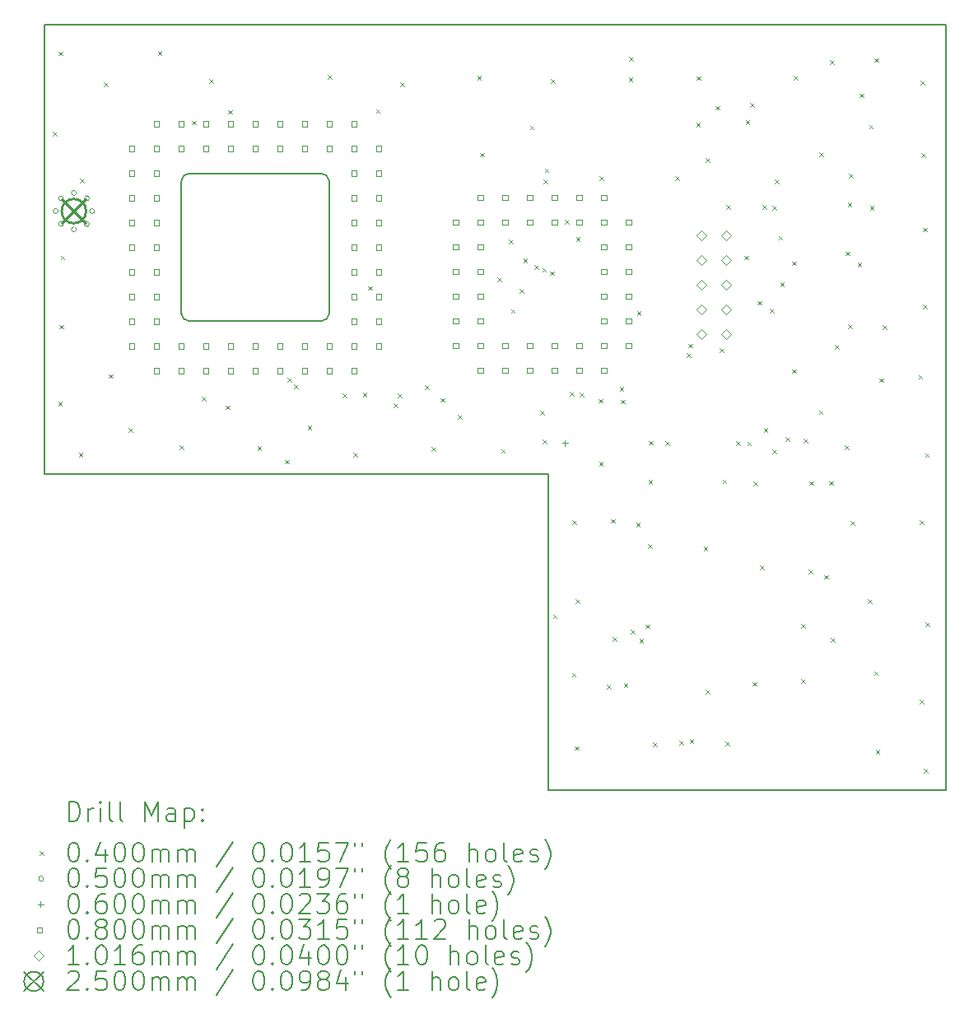
<source format=gbr>
%TF.GenerationSoftware,KiCad,Pcbnew,7.0.10*%
%TF.CreationDate,2024-02-23T14:34:07-06:00*%
%TF.ProjectId,A600FastRAM,41363030-4661-4737-9452-414d2e6b6963,5*%
%TF.SameCoordinates,Original*%
%TF.FileFunction,Drillmap*%
%TF.FilePolarity,Positive*%
%FSLAX45Y45*%
G04 Gerber Fmt 4.5, Leading zero omitted, Abs format (unit mm)*
G04 Created by KiCad (PCBNEW 7.0.10) date 2024-02-23 14:34:07*
%MOMM*%
%LPD*%
G01*
G04 APERTURE LIST*
%ADD10C,0.150000*%
%ADD11C,0.200000*%
%ADD12C,0.100000*%
%ADD13C,0.101600*%
%ADD14C,0.250000*%
G04 APERTURE END LIST*
D10*
X12590000Y-9810000D02*
X13950000Y-9810000D01*
X12510000Y-11250000D02*
X12510000Y-9890000D01*
X16283368Y-16154400D02*
X20370800Y-16154400D01*
X11099900Y-8280400D02*
X20370800Y-8280400D01*
X16283368Y-16154400D02*
X16281400Y-12903200D01*
X13950000Y-11330000D02*
G75*
G03*
X14030000Y-11250000I0J80000D01*
G01*
X14030000Y-9890000D02*
X14030000Y-11250000D01*
X14030000Y-9890000D02*
G75*
G03*
X13950000Y-9810000I-80000J0D01*
G01*
X20370800Y-8280400D02*
X20370800Y-16154400D01*
X11099800Y-12903200D02*
X16281400Y-12903200D01*
X12510000Y-11250000D02*
G75*
G03*
X12590000Y-11330000I80000J0D01*
G01*
X11099900Y-8280400D02*
X11099800Y-12903200D01*
X12590000Y-9810000D02*
G75*
G03*
X12510000Y-9890000I0J-80000D01*
G01*
X13950000Y-11330000D02*
X12590000Y-11330000D01*
D11*
D12*
X11188241Y-9380328D02*
X11228241Y-9420328D01*
X11228241Y-9380328D02*
X11188241Y-9420328D01*
X11243429Y-12156786D02*
X11283429Y-12196786D01*
X11283429Y-12156786D02*
X11243429Y-12196786D01*
X11244673Y-8556553D02*
X11284673Y-8596553D01*
X11284673Y-8556553D02*
X11244673Y-8596553D01*
X11256828Y-11367749D02*
X11296828Y-11407749D01*
X11296828Y-11367749D02*
X11256828Y-11407749D01*
X11267441Y-10656958D02*
X11307441Y-10696958D01*
X11307441Y-10656958D02*
X11267441Y-10696958D01*
X11453845Y-12685326D02*
X11493845Y-12725326D01*
X11493845Y-12685326D02*
X11453845Y-12725326D01*
X11468732Y-9867322D02*
X11508732Y-9907322D01*
X11508732Y-9867322D02*
X11468732Y-9907322D01*
X11714239Y-8874708D02*
X11754239Y-8914708D01*
X11754239Y-8874708D02*
X11714239Y-8914708D01*
X11761939Y-11874943D02*
X11801939Y-11914943D01*
X11801939Y-11874943D02*
X11761939Y-11914943D01*
X11966775Y-12430622D02*
X12006775Y-12470622D01*
X12006775Y-12430622D02*
X11966775Y-12470622D01*
X12266446Y-8550915D02*
X12306446Y-8590915D01*
X12306446Y-8550915D02*
X12266446Y-8590915D01*
X12491073Y-12606246D02*
X12531073Y-12646246D01*
X12531073Y-12606246D02*
X12491073Y-12646246D01*
X12620300Y-9267200D02*
X12660300Y-9307200D01*
X12660300Y-9267200D02*
X12620300Y-9307200D01*
X12720114Y-12108095D02*
X12760114Y-12148095D01*
X12760114Y-12108095D02*
X12720114Y-12148095D01*
X12794943Y-8839018D02*
X12834943Y-8879018D01*
X12834943Y-8839018D02*
X12794943Y-8879018D01*
X12968150Y-12197740D02*
X13008150Y-12237740D01*
X13008150Y-12197740D02*
X12968150Y-12237740D01*
X12991490Y-9158190D02*
X13031490Y-9198190D01*
X13031490Y-9158190D02*
X12991490Y-9198190D01*
X13290934Y-12615783D02*
X13330934Y-12655783D01*
X13330934Y-12615783D02*
X13290934Y-12655783D01*
X13574610Y-12756250D02*
X13614610Y-12796250D01*
X13614610Y-12756250D02*
X13574610Y-12796250D01*
X13598050Y-11911570D02*
X13638050Y-11951570D01*
X13638050Y-11911570D02*
X13598050Y-11951570D01*
X13668440Y-11979080D02*
X13708440Y-12019080D01*
X13708440Y-11979080D02*
X13668440Y-12019080D01*
X13808272Y-12401631D02*
X13848272Y-12441631D01*
X13848272Y-12401631D02*
X13808272Y-12441631D01*
X14017089Y-8800309D02*
X14057089Y-8840309D01*
X14057089Y-8800309D02*
X14017089Y-8840309D01*
X14166570Y-12075460D02*
X14206570Y-12115460D01*
X14206570Y-12075460D02*
X14166570Y-12115460D01*
X14276147Y-12682402D02*
X14316147Y-12722402D01*
X14316147Y-12682402D02*
X14276147Y-12722402D01*
X14375960Y-12063950D02*
X14415960Y-12103950D01*
X14415960Y-12063950D02*
X14375960Y-12103950D01*
X14432240Y-10968530D02*
X14472240Y-11008530D01*
X14472240Y-10968530D02*
X14432240Y-11008530D01*
X14511790Y-9148350D02*
X14551790Y-9188350D01*
X14551790Y-9148350D02*
X14511790Y-9188350D01*
X14690310Y-12173710D02*
X14730310Y-12213710D01*
X14730310Y-12173710D02*
X14690310Y-12213710D01*
X14736540Y-12076840D02*
X14776540Y-12116840D01*
X14776540Y-12076840D02*
X14736540Y-12116840D01*
X14763360Y-8876692D02*
X14803360Y-8916692D01*
X14803360Y-8876692D02*
X14763360Y-8916692D01*
X15012930Y-11992790D02*
X15052930Y-12032790D01*
X15052930Y-11992790D02*
X15012930Y-12032790D01*
X15082070Y-12627243D02*
X15122070Y-12667243D01*
X15122070Y-12627243D02*
X15082070Y-12667243D01*
X15177630Y-12120250D02*
X15217630Y-12160250D01*
X15217630Y-12120250D02*
X15177630Y-12160250D01*
X15352190Y-12294170D02*
X15392190Y-12334170D01*
X15392190Y-12294170D02*
X15352190Y-12334170D01*
X15552297Y-8807722D02*
X15592297Y-8847722D01*
X15592297Y-8807722D02*
X15552297Y-8847722D01*
X15579617Y-9597598D02*
X15619617Y-9637598D01*
X15619617Y-9597598D02*
X15579617Y-9637598D01*
X15761340Y-10877780D02*
X15801340Y-10917780D01*
X15801340Y-10877780D02*
X15761340Y-10917780D01*
X15797791Y-12646621D02*
X15837791Y-12686621D01*
X15837791Y-12646621D02*
X15797791Y-12686621D01*
X15879650Y-10492200D02*
X15919650Y-10532200D01*
X15919650Y-10492200D02*
X15879650Y-10532200D01*
X15899010Y-11205630D02*
X15939010Y-11245630D01*
X15939010Y-11205630D02*
X15899010Y-11245630D01*
X15986480Y-10997860D02*
X16026480Y-11037860D01*
X16026480Y-10997860D02*
X15986480Y-11037860D01*
X16026470Y-10686970D02*
X16066470Y-10726970D01*
X16066470Y-10686970D02*
X16026470Y-10726970D01*
X16094267Y-9318172D02*
X16134267Y-9358172D01*
X16134267Y-9318172D02*
X16094267Y-9358172D01*
X16140410Y-10751030D02*
X16180410Y-10791030D01*
X16180410Y-10751030D02*
X16140410Y-10791030D01*
X16200890Y-12254090D02*
X16240890Y-12294090D01*
X16240890Y-12254090D02*
X16200890Y-12294090D01*
X16221130Y-10782260D02*
X16261130Y-10822260D01*
X16261130Y-10782260D02*
X16221130Y-10822260D01*
X16225530Y-12546650D02*
X16265530Y-12586650D01*
X16265530Y-12546650D02*
X16225530Y-12586650D01*
X16236700Y-9871530D02*
X16276700Y-9911530D01*
X16276700Y-9871530D02*
X16236700Y-9911530D01*
X16246150Y-9758430D02*
X16286150Y-9798430D01*
X16286150Y-9758430D02*
X16246150Y-9798430D01*
X16304770Y-10817090D02*
X16344770Y-10857090D01*
X16344770Y-10817090D02*
X16304770Y-10857090D01*
X16308468Y-8839972D02*
X16348468Y-8879972D01*
X16348468Y-8839972D02*
X16308468Y-8879972D01*
X16331970Y-14346770D02*
X16371970Y-14386770D01*
X16371970Y-14346770D02*
X16331970Y-14386770D01*
X16453600Y-10285400D02*
X16493600Y-10325400D01*
X16493600Y-10285400D02*
X16453600Y-10325400D01*
X16507650Y-12058150D02*
X16547650Y-12098150D01*
X16547650Y-12058150D02*
X16507650Y-12098150D01*
X16526862Y-14949958D02*
X16566862Y-14989958D01*
X16566862Y-14949958D02*
X16526862Y-14989958D01*
X16527841Y-13376260D02*
X16567841Y-13416260D01*
X16567841Y-13376260D02*
X16527841Y-13416260D01*
X16553146Y-15703310D02*
X16593146Y-15743310D01*
X16593146Y-15703310D02*
X16553146Y-15743310D01*
X16566365Y-14191325D02*
X16606365Y-14231325D01*
X16606365Y-14191325D02*
X16566365Y-14231325D01*
X16568540Y-10462820D02*
X16608540Y-10502820D01*
X16608540Y-10462820D02*
X16568540Y-10502820D01*
X16605430Y-12067480D02*
X16645430Y-12107480D01*
X16645430Y-12067480D02*
X16605430Y-12107480D01*
X16798600Y-12128500D02*
X16838600Y-12168500D01*
X16838600Y-12128500D02*
X16798600Y-12168500D01*
X16806260Y-12775420D02*
X16846260Y-12815420D01*
X16846260Y-12775420D02*
X16806260Y-12815420D01*
X16808210Y-9840179D02*
X16848210Y-9880179D01*
X16848210Y-9840179D02*
X16808210Y-9880179D01*
X16884840Y-15073880D02*
X16924840Y-15113880D01*
X16924840Y-15073880D02*
X16884840Y-15113880D01*
X16928910Y-13365010D02*
X16968910Y-13405010D01*
X16968910Y-13365010D02*
X16928910Y-13405010D01*
X16948180Y-14578840D02*
X16988180Y-14618840D01*
X16988180Y-14578840D02*
X16948180Y-14618840D01*
X17016800Y-12005540D02*
X17056800Y-12045540D01*
X17056800Y-12005540D02*
X17016800Y-12045540D01*
X17029066Y-12136847D02*
X17069066Y-12176847D01*
X17069066Y-12136847D02*
X17029066Y-12176847D01*
X17059910Y-15053010D02*
X17099910Y-15093010D01*
X17099910Y-15053010D02*
X17059910Y-15093010D01*
X17110566Y-8824887D02*
X17150566Y-8864887D01*
X17150566Y-8824887D02*
X17110566Y-8864887D01*
X17115870Y-8613420D02*
X17155870Y-8653420D01*
X17155870Y-8613420D02*
X17115870Y-8653420D01*
X17133710Y-14503270D02*
X17173710Y-14543270D01*
X17173710Y-14503270D02*
X17133710Y-14543270D01*
X17187360Y-13404270D02*
X17227360Y-13444270D01*
X17227360Y-13404270D02*
X17187360Y-13444270D01*
X17194640Y-11225250D02*
X17234640Y-11265250D01*
X17234640Y-11225250D02*
X17194640Y-11265250D01*
X17220540Y-14596110D02*
X17260540Y-14636110D01*
X17260540Y-14596110D02*
X17220540Y-14636110D01*
X17283380Y-14450370D02*
X17323380Y-14490370D01*
X17323380Y-14450370D02*
X17283380Y-14490370D01*
X17307988Y-13625210D02*
X17347988Y-13665210D01*
X17347988Y-13625210D02*
X17307988Y-13665210D01*
X17312750Y-12961780D02*
X17352750Y-13001780D01*
X17352750Y-12961780D02*
X17312750Y-13001780D01*
X17316140Y-12560830D02*
X17356140Y-12600830D01*
X17356140Y-12560830D02*
X17316140Y-12600830D01*
X17359900Y-15662670D02*
X17399900Y-15702670D01*
X17399900Y-15662670D02*
X17359900Y-15702670D01*
X17486060Y-12563300D02*
X17526060Y-12603300D01*
X17526060Y-12563300D02*
X17486060Y-12603300D01*
X17586419Y-9839136D02*
X17626419Y-9879136D01*
X17626419Y-9839136D02*
X17586419Y-9879136D01*
X17632070Y-15648240D02*
X17672070Y-15688240D01*
X17672070Y-15648240D02*
X17632070Y-15688240D01*
X17705180Y-11660350D02*
X17745180Y-11700350D01*
X17745180Y-11660350D02*
X17705180Y-11700350D01*
X17721490Y-11562630D02*
X17761490Y-11602630D01*
X17761490Y-11562630D02*
X17721490Y-11602630D01*
X17735870Y-15631170D02*
X17775870Y-15671170D01*
X17775870Y-15631170D02*
X17735870Y-15671170D01*
X17804660Y-9287950D02*
X17844660Y-9327950D01*
X17844660Y-9287950D02*
X17804660Y-9327950D01*
X17811021Y-8811167D02*
X17851021Y-8851167D01*
X17851021Y-8811167D02*
X17811021Y-8851167D01*
X17880560Y-13647960D02*
X17920560Y-13687960D01*
X17920560Y-13647960D02*
X17880560Y-13687960D01*
X17900470Y-9651950D02*
X17940470Y-9691950D01*
X17940470Y-9651950D02*
X17900470Y-9691950D01*
X17903920Y-15124470D02*
X17943920Y-15164470D01*
X17943920Y-15124470D02*
X17903920Y-15164470D01*
X18000660Y-9115560D02*
X18040660Y-9155560D01*
X18040660Y-9115560D02*
X18000660Y-9155560D01*
X18044535Y-11607821D02*
X18084535Y-11647821D01*
X18084535Y-11607821D02*
X18044535Y-11647821D01*
X18075800Y-12959040D02*
X18115800Y-12999040D01*
X18115800Y-12959040D02*
X18075800Y-12999040D01*
X18103740Y-15655210D02*
X18143740Y-15695210D01*
X18143740Y-15655210D02*
X18103740Y-15695210D01*
X18116084Y-10133038D02*
X18156084Y-10173038D01*
X18156084Y-10133038D02*
X18116084Y-10173038D01*
X18215680Y-12563300D02*
X18255680Y-12603300D01*
X18255680Y-12563300D02*
X18215680Y-12603300D01*
X18300700Y-10656972D02*
X18340700Y-10696972D01*
X18340700Y-10656972D02*
X18300700Y-10696972D01*
X18311570Y-9265250D02*
X18351570Y-9305250D01*
X18351570Y-9265250D02*
X18311570Y-9305250D01*
X18328540Y-12569990D02*
X18368540Y-12609990D01*
X18368540Y-12569990D02*
X18328540Y-12609990D01*
X18356564Y-9084172D02*
X18396564Y-9124172D01*
X18396564Y-9084172D02*
X18356564Y-9124172D01*
X18384170Y-15041970D02*
X18424170Y-15081970D01*
X18424170Y-15041970D02*
X18384170Y-15081970D01*
X18391790Y-12979690D02*
X18431790Y-13019690D01*
X18431790Y-12979690D02*
X18391790Y-13019690D01*
X18434790Y-11123060D02*
X18474790Y-11163060D01*
X18474790Y-11123060D02*
X18434790Y-11163060D01*
X18463790Y-13843620D02*
X18503790Y-13883620D01*
X18503790Y-13843620D02*
X18463790Y-13883620D01*
X18488230Y-10134970D02*
X18528230Y-10174970D01*
X18528230Y-10134970D02*
X18488230Y-10174970D01*
X18499340Y-12431840D02*
X18539340Y-12471840D01*
X18539340Y-12431840D02*
X18499340Y-12471840D01*
X18564450Y-11205360D02*
X18604450Y-11245360D01*
X18604450Y-11205360D02*
X18564450Y-11245360D01*
X18587278Y-12651127D02*
X18627278Y-12691127D01*
X18627278Y-12651127D02*
X18587278Y-12691127D01*
X18590110Y-10144740D02*
X18630110Y-10184740D01*
X18630110Y-10144740D02*
X18590110Y-10184740D01*
X18612519Y-9875185D02*
X18652519Y-9915185D01*
X18652519Y-9875185D02*
X18612519Y-9915185D01*
X18651810Y-10452330D02*
X18691810Y-10492330D01*
X18691810Y-10452330D02*
X18651810Y-10492330D01*
X18668340Y-10928710D02*
X18708340Y-10968710D01*
X18708340Y-10928710D02*
X18668340Y-10968710D01*
X18722320Y-12523920D02*
X18762320Y-12563920D01*
X18762320Y-12523920D02*
X18722320Y-12563920D01*
X18790790Y-10716490D02*
X18830790Y-10756490D01*
X18830790Y-10716490D02*
X18790790Y-10756490D01*
X18793390Y-11823700D02*
X18833390Y-11863700D01*
X18833390Y-11823700D02*
X18793390Y-11863700D01*
X18810224Y-8805281D02*
X18850224Y-8845281D01*
X18850224Y-8805281D02*
X18810224Y-8845281D01*
X18882680Y-15012190D02*
X18922680Y-15052190D01*
X18922680Y-15012190D02*
X18882680Y-15052190D01*
X18886230Y-14447720D02*
X18926230Y-14487720D01*
X18926230Y-14447720D02*
X18886230Y-14487720D01*
X18910100Y-12538010D02*
X18950100Y-12578010D01*
X18950100Y-12538010D02*
X18910100Y-12578010D01*
X18960620Y-13883610D02*
X19000620Y-13923610D01*
X19000620Y-13883610D02*
X18960620Y-13923610D01*
X18968590Y-12975300D02*
X19008590Y-13015300D01*
X19008590Y-12975300D02*
X18968590Y-13015300D01*
X19065240Y-12247830D02*
X19105240Y-12287830D01*
X19105240Y-12247830D02*
X19065240Y-12287830D01*
X19070383Y-9593359D02*
X19110383Y-9633359D01*
X19110383Y-9593359D02*
X19070383Y-9633359D01*
X19124030Y-13941420D02*
X19164030Y-13981420D01*
X19164030Y-13941420D02*
X19124030Y-13981420D01*
X19168900Y-12976720D02*
X19208900Y-13016720D01*
X19208900Y-12976720D02*
X19168900Y-13016720D01*
X19180080Y-8647420D02*
X19220080Y-8687420D01*
X19220080Y-8647420D02*
X19180080Y-8687420D01*
X19186280Y-14586930D02*
X19226280Y-14626930D01*
X19226280Y-14586930D02*
X19186280Y-14626930D01*
X19233510Y-11577530D02*
X19273510Y-11617530D01*
X19273510Y-11577530D02*
X19233510Y-11617530D01*
X19335494Y-12610548D02*
X19375494Y-12650548D01*
X19375494Y-12610548D02*
X19335494Y-12650548D01*
X19342470Y-10614670D02*
X19382470Y-10654670D01*
X19382470Y-10614670D02*
X19342470Y-10654670D01*
X19361614Y-10111236D02*
X19401614Y-10151236D01*
X19401614Y-10111236D02*
X19361614Y-10151236D01*
X19367090Y-11364380D02*
X19407090Y-11404380D01*
X19407090Y-11364380D02*
X19367090Y-11404380D01*
X19373470Y-9814640D02*
X19413470Y-9854640D01*
X19413470Y-9814640D02*
X19373470Y-9854640D01*
X19389645Y-13389647D02*
X19429645Y-13429647D01*
X19429645Y-13389647D02*
X19389645Y-13429647D01*
X19462990Y-10726020D02*
X19502990Y-10766020D01*
X19502990Y-10726020D02*
X19462990Y-10766020D01*
X19486960Y-8988710D02*
X19526960Y-9028710D01*
X19526960Y-8988710D02*
X19486960Y-9028710D01*
X19569086Y-14188218D02*
X19609086Y-14228218D01*
X19609086Y-14188218D02*
X19569086Y-14228218D01*
X19581945Y-9309110D02*
X19621945Y-9349110D01*
X19621945Y-9309110D02*
X19581945Y-9349110D01*
X19591650Y-10145500D02*
X19631650Y-10185500D01*
X19631650Y-10145500D02*
X19591650Y-10185500D01*
X19632787Y-14932480D02*
X19672787Y-14972480D01*
X19672787Y-14932480D02*
X19632787Y-14972480D01*
X19634725Y-8625051D02*
X19674725Y-8665051D01*
X19674725Y-8625051D02*
X19634725Y-8665051D01*
X19649484Y-15738248D02*
X19689484Y-15778248D01*
X19689484Y-15738248D02*
X19649484Y-15778248D01*
X19690010Y-11917860D02*
X19730010Y-11957860D01*
X19730010Y-11917860D02*
X19690010Y-11957860D01*
X19724120Y-11370180D02*
X19764120Y-11410180D01*
X19764120Y-11370180D02*
X19724120Y-11410180D01*
X20091633Y-11883332D02*
X20131633Y-11923332D01*
X20131633Y-11883332D02*
X20091633Y-11923332D01*
X20102854Y-15226216D02*
X20142854Y-15266216D01*
X20142854Y-15226216D02*
X20102854Y-15266216D01*
X20105057Y-13380009D02*
X20145057Y-13420009D01*
X20145057Y-13380009D02*
X20105057Y-13420009D01*
X20111342Y-8858211D02*
X20151342Y-8898211D01*
X20151342Y-8858211D02*
X20111342Y-8898211D01*
X20118674Y-9600424D02*
X20158674Y-9640424D01*
X20158674Y-9600424D02*
X20118674Y-9640424D01*
X20137678Y-11159435D02*
X20177678Y-11199435D01*
X20177678Y-11159435D02*
X20137678Y-11199435D01*
X20139673Y-10369358D02*
X20179673Y-10409358D01*
X20179673Y-10369358D02*
X20139673Y-10409358D01*
X20147094Y-15933599D02*
X20187094Y-15973599D01*
X20187094Y-15933599D02*
X20147094Y-15973599D01*
X20158096Y-12689401D02*
X20198096Y-12729401D01*
X20198096Y-12689401D02*
X20158096Y-12729401D01*
X20162975Y-14429717D02*
X20202975Y-14469717D01*
X20202975Y-14429717D02*
X20162975Y-14469717D01*
X11242100Y-10198100D02*
G75*
G03*
X11192100Y-10198100I-25000J0D01*
G01*
X11192100Y-10198100D02*
G75*
G03*
X11242100Y-10198100I25000J0D01*
G01*
X11297017Y-10065518D02*
G75*
G03*
X11247017Y-10065518I-25000J0D01*
G01*
X11247017Y-10065518D02*
G75*
G03*
X11297017Y-10065518I25000J0D01*
G01*
X11297017Y-10330683D02*
G75*
G03*
X11247017Y-10330683I-25000J0D01*
G01*
X11247017Y-10330683D02*
G75*
G03*
X11297017Y-10330683I25000J0D01*
G01*
X11429600Y-10010600D02*
G75*
G03*
X11379600Y-10010600I-25000J0D01*
G01*
X11379600Y-10010600D02*
G75*
G03*
X11429600Y-10010600I25000J0D01*
G01*
X11429600Y-10385600D02*
G75*
G03*
X11379600Y-10385600I-25000J0D01*
G01*
X11379600Y-10385600D02*
G75*
G03*
X11429600Y-10385600I25000J0D01*
G01*
X11562182Y-10065518D02*
G75*
G03*
X11512182Y-10065518I-25000J0D01*
G01*
X11512182Y-10065518D02*
G75*
G03*
X11562182Y-10065518I25000J0D01*
G01*
X11562182Y-10330683D02*
G75*
G03*
X11512182Y-10330683I-25000J0D01*
G01*
X11512182Y-10330683D02*
G75*
G03*
X11562182Y-10330683I25000J0D01*
G01*
X11617100Y-10198100D02*
G75*
G03*
X11567100Y-10198100I-25000J0D01*
G01*
X11567100Y-10198100D02*
G75*
G03*
X11617100Y-10198100I25000J0D01*
G01*
X16456140Y-12554010D02*
X16456140Y-12614010D01*
X16426140Y-12584010D02*
X16486140Y-12584010D01*
X12028884Y-9583285D02*
X12028884Y-9526716D01*
X11972315Y-9526716D01*
X11972315Y-9583285D01*
X12028884Y-9583285D01*
X12028884Y-9837285D02*
X12028884Y-9780716D01*
X11972315Y-9780716D01*
X11972315Y-9837285D01*
X12028884Y-9837285D01*
X12028884Y-10091285D02*
X12028884Y-10034716D01*
X11972315Y-10034716D01*
X11972315Y-10091285D01*
X12028884Y-10091285D01*
X12028884Y-10345285D02*
X12028884Y-10288716D01*
X11972315Y-10288716D01*
X11972315Y-10345285D01*
X12028884Y-10345285D01*
X12028884Y-10599285D02*
X12028884Y-10542716D01*
X11972315Y-10542716D01*
X11972315Y-10599285D01*
X12028884Y-10599285D01*
X12028884Y-10853285D02*
X12028884Y-10796716D01*
X11972315Y-10796716D01*
X11972315Y-10853285D01*
X12028884Y-10853285D01*
X12028884Y-11107285D02*
X12028884Y-11050716D01*
X11972315Y-11050716D01*
X11972315Y-11107285D01*
X12028884Y-11107285D01*
X12028884Y-11361284D02*
X12028884Y-11304715D01*
X11972315Y-11304715D01*
X11972315Y-11361284D01*
X12028884Y-11361284D01*
X12028884Y-11615284D02*
X12028884Y-11558715D01*
X11972315Y-11558715D01*
X11972315Y-11615284D01*
X12028884Y-11615284D01*
X12282884Y-9329285D02*
X12282884Y-9272716D01*
X12226315Y-9272716D01*
X12226315Y-9329285D01*
X12282884Y-9329285D01*
X12282884Y-9583285D02*
X12282884Y-9526716D01*
X12226315Y-9526716D01*
X12226315Y-9583285D01*
X12282884Y-9583285D01*
X12282884Y-9837285D02*
X12282884Y-9780716D01*
X12226315Y-9780716D01*
X12226315Y-9837285D01*
X12282884Y-9837285D01*
X12282884Y-10091285D02*
X12282884Y-10034716D01*
X12226315Y-10034716D01*
X12226315Y-10091285D01*
X12282884Y-10091285D01*
X12282884Y-10345285D02*
X12282884Y-10288716D01*
X12226315Y-10288716D01*
X12226315Y-10345285D01*
X12282884Y-10345285D01*
X12282884Y-10599285D02*
X12282884Y-10542716D01*
X12226315Y-10542716D01*
X12226315Y-10599285D01*
X12282884Y-10599285D01*
X12282884Y-10853285D02*
X12282884Y-10796716D01*
X12226315Y-10796716D01*
X12226315Y-10853285D01*
X12282884Y-10853285D01*
X12282884Y-11107285D02*
X12282884Y-11050716D01*
X12226315Y-11050716D01*
X12226315Y-11107285D01*
X12282884Y-11107285D01*
X12282884Y-11361284D02*
X12282884Y-11304715D01*
X12226315Y-11304715D01*
X12226315Y-11361284D01*
X12282884Y-11361284D01*
X12282884Y-11615284D02*
X12282884Y-11558715D01*
X12226315Y-11558715D01*
X12226315Y-11615284D01*
X12282884Y-11615284D01*
X12282884Y-11869284D02*
X12282884Y-11812715D01*
X12226315Y-11812715D01*
X12226315Y-11869284D01*
X12282884Y-11869284D01*
X12536884Y-9329285D02*
X12536884Y-9272716D01*
X12480315Y-9272716D01*
X12480315Y-9329285D01*
X12536884Y-9329285D01*
X12536884Y-9583285D02*
X12536884Y-9526716D01*
X12480315Y-9526716D01*
X12480315Y-9583285D01*
X12536884Y-9583285D01*
X12536884Y-11615284D02*
X12536884Y-11558715D01*
X12480315Y-11558715D01*
X12480315Y-11615284D01*
X12536884Y-11615284D01*
X12536884Y-11869284D02*
X12536884Y-11812715D01*
X12480315Y-11812715D01*
X12480315Y-11869284D01*
X12536884Y-11869284D01*
X12790884Y-9329285D02*
X12790884Y-9272716D01*
X12734315Y-9272716D01*
X12734315Y-9329285D01*
X12790884Y-9329285D01*
X12790884Y-9583285D02*
X12790884Y-9526716D01*
X12734315Y-9526716D01*
X12734315Y-9583285D01*
X12790884Y-9583285D01*
X12790884Y-11615284D02*
X12790884Y-11558715D01*
X12734315Y-11558715D01*
X12734315Y-11615284D01*
X12790884Y-11615284D01*
X12790884Y-11869284D02*
X12790884Y-11812715D01*
X12734315Y-11812715D01*
X12734315Y-11869284D01*
X12790884Y-11869284D01*
X13044884Y-9329285D02*
X13044884Y-9272716D01*
X12988315Y-9272716D01*
X12988315Y-9329285D01*
X13044884Y-9329285D01*
X13044884Y-9583285D02*
X13044884Y-9526716D01*
X12988315Y-9526716D01*
X12988315Y-9583285D01*
X13044884Y-9583285D01*
X13044884Y-11615284D02*
X13044884Y-11558715D01*
X12988315Y-11558715D01*
X12988315Y-11615284D01*
X13044884Y-11615284D01*
X13044884Y-11869284D02*
X13044884Y-11812715D01*
X12988315Y-11812715D01*
X12988315Y-11869284D01*
X13044884Y-11869284D01*
X13298884Y-9329285D02*
X13298884Y-9272716D01*
X13242315Y-9272716D01*
X13242315Y-9329285D01*
X13298884Y-9329285D01*
X13298884Y-9583285D02*
X13298884Y-9526716D01*
X13242315Y-9526716D01*
X13242315Y-9583285D01*
X13298884Y-9583285D01*
X13298884Y-11615284D02*
X13298884Y-11558715D01*
X13242315Y-11558715D01*
X13242315Y-11615284D01*
X13298884Y-11615284D01*
X13298884Y-11869284D02*
X13298884Y-11812715D01*
X13242315Y-11812715D01*
X13242315Y-11869284D01*
X13298884Y-11869284D01*
X13552884Y-9329285D02*
X13552884Y-9272716D01*
X13496315Y-9272716D01*
X13496315Y-9329285D01*
X13552884Y-9329285D01*
X13552884Y-9583285D02*
X13552884Y-9526716D01*
X13496315Y-9526716D01*
X13496315Y-9583285D01*
X13552884Y-9583285D01*
X13552884Y-11615284D02*
X13552884Y-11558715D01*
X13496315Y-11558715D01*
X13496315Y-11615284D01*
X13552884Y-11615284D01*
X13552884Y-11869284D02*
X13552884Y-11812715D01*
X13496315Y-11812715D01*
X13496315Y-11869284D01*
X13552884Y-11869284D01*
X13806884Y-9329285D02*
X13806884Y-9272716D01*
X13750315Y-9272716D01*
X13750315Y-9329285D01*
X13806884Y-9329285D01*
X13806884Y-9583285D02*
X13806884Y-9526716D01*
X13750315Y-9526716D01*
X13750315Y-9583285D01*
X13806884Y-9583285D01*
X13806884Y-11615284D02*
X13806884Y-11558715D01*
X13750315Y-11558715D01*
X13750315Y-11615284D01*
X13806884Y-11615284D01*
X13806884Y-11869284D02*
X13806884Y-11812715D01*
X13750315Y-11812715D01*
X13750315Y-11869284D01*
X13806884Y-11869284D01*
X14060884Y-9329285D02*
X14060884Y-9272716D01*
X14004315Y-9272716D01*
X14004315Y-9329285D01*
X14060884Y-9329285D01*
X14060884Y-9583285D02*
X14060884Y-9526716D01*
X14004315Y-9526716D01*
X14004315Y-9583285D01*
X14060884Y-9583285D01*
X14060884Y-11615284D02*
X14060884Y-11558715D01*
X14004315Y-11558715D01*
X14004315Y-11615284D01*
X14060884Y-11615284D01*
X14060884Y-11869284D02*
X14060884Y-11812715D01*
X14004315Y-11812715D01*
X14004315Y-11869284D01*
X14060884Y-11869284D01*
X14314884Y-9329285D02*
X14314884Y-9272716D01*
X14258315Y-9272716D01*
X14258315Y-9329285D01*
X14314884Y-9329285D01*
X14314884Y-9583285D02*
X14314884Y-9526716D01*
X14258315Y-9526716D01*
X14258315Y-9583285D01*
X14314884Y-9583285D01*
X14314884Y-9837285D02*
X14314884Y-9780716D01*
X14258315Y-9780716D01*
X14258315Y-9837285D01*
X14314884Y-9837285D01*
X14314884Y-10091285D02*
X14314884Y-10034716D01*
X14258315Y-10034716D01*
X14258315Y-10091285D01*
X14314884Y-10091285D01*
X14314884Y-10345285D02*
X14314884Y-10288716D01*
X14258315Y-10288716D01*
X14258315Y-10345285D01*
X14314884Y-10345285D01*
X14314884Y-10599285D02*
X14314884Y-10542716D01*
X14258315Y-10542716D01*
X14258315Y-10599285D01*
X14314884Y-10599285D01*
X14314884Y-10853285D02*
X14314884Y-10796716D01*
X14258315Y-10796716D01*
X14258315Y-10853285D01*
X14314884Y-10853285D01*
X14314884Y-11107285D02*
X14314884Y-11050716D01*
X14258315Y-11050716D01*
X14258315Y-11107285D01*
X14314884Y-11107285D01*
X14314884Y-11361284D02*
X14314884Y-11304715D01*
X14258315Y-11304715D01*
X14258315Y-11361284D01*
X14314884Y-11361284D01*
X14314884Y-11615284D02*
X14314884Y-11558715D01*
X14258315Y-11558715D01*
X14258315Y-11615284D01*
X14314884Y-11615284D01*
X14314884Y-11869284D02*
X14314884Y-11812715D01*
X14258315Y-11812715D01*
X14258315Y-11869284D01*
X14314884Y-11869284D01*
X14568884Y-9583285D02*
X14568884Y-9526716D01*
X14512315Y-9526716D01*
X14512315Y-9583285D01*
X14568884Y-9583285D01*
X14568884Y-9837285D02*
X14568884Y-9780716D01*
X14512315Y-9780716D01*
X14512315Y-9837285D01*
X14568884Y-9837285D01*
X14568884Y-10091285D02*
X14568884Y-10034716D01*
X14512315Y-10034716D01*
X14512315Y-10091285D01*
X14568884Y-10091285D01*
X14568884Y-10345285D02*
X14568884Y-10288716D01*
X14512315Y-10288716D01*
X14512315Y-10345285D01*
X14568884Y-10345285D01*
X14568884Y-10599285D02*
X14568884Y-10542716D01*
X14512315Y-10542716D01*
X14512315Y-10599285D01*
X14568884Y-10599285D01*
X14568884Y-10853285D02*
X14568884Y-10796716D01*
X14512315Y-10796716D01*
X14512315Y-10853285D01*
X14568884Y-10853285D01*
X14568884Y-11107285D02*
X14568884Y-11050716D01*
X14512315Y-11050716D01*
X14512315Y-11107285D01*
X14568884Y-11107285D01*
X14568884Y-11361284D02*
X14568884Y-11304715D01*
X14512315Y-11304715D01*
X14512315Y-11361284D01*
X14568884Y-11361284D01*
X14568884Y-11615284D02*
X14568884Y-11558715D01*
X14512315Y-11558715D01*
X14512315Y-11615284D01*
X14568884Y-11615284D01*
X15358884Y-10339285D02*
X15358884Y-10282716D01*
X15302315Y-10282716D01*
X15302315Y-10339285D01*
X15358884Y-10339285D01*
X15358884Y-10593285D02*
X15358884Y-10536716D01*
X15302315Y-10536716D01*
X15302315Y-10593285D01*
X15358884Y-10593285D01*
X15358884Y-10847285D02*
X15358884Y-10790716D01*
X15302315Y-10790716D01*
X15302315Y-10847285D01*
X15358884Y-10847285D01*
X15358884Y-11101285D02*
X15358884Y-11044716D01*
X15302315Y-11044716D01*
X15302315Y-11101285D01*
X15358884Y-11101285D01*
X15358884Y-11355284D02*
X15358884Y-11298715D01*
X15302315Y-11298715D01*
X15302315Y-11355284D01*
X15358884Y-11355284D01*
X15358884Y-11609284D02*
X15358884Y-11552715D01*
X15302315Y-11552715D01*
X15302315Y-11609284D01*
X15358884Y-11609284D01*
X15612884Y-10085285D02*
X15612884Y-10028716D01*
X15556315Y-10028716D01*
X15556315Y-10085285D01*
X15612884Y-10085285D01*
X15612884Y-10339285D02*
X15612884Y-10282716D01*
X15556315Y-10282716D01*
X15556315Y-10339285D01*
X15612884Y-10339285D01*
X15612884Y-10593285D02*
X15612884Y-10536716D01*
X15556315Y-10536716D01*
X15556315Y-10593285D01*
X15612884Y-10593285D01*
X15612884Y-10847285D02*
X15612884Y-10790716D01*
X15556315Y-10790716D01*
X15556315Y-10847285D01*
X15612884Y-10847285D01*
X15612884Y-11101285D02*
X15612884Y-11044716D01*
X15556315Y-11044716D01*
X15556315Y-11101285D01*
X15612884Y-11101285D01*
X15612884Y-11355284D02*
X15612884Y-11298715D01*
X15556315Y-11298715D01*
X15556315Y-11355284D01*
X15612884Y-11355284D01*
X15612884Y-11609284D02*
X15612884Y-11552715D01*
X15556315Y-11552715D01*
X15556315Y-11609284D01*
X15612884Y-11609284D01*
X15612884Y-11863284D02*
X15612884Y-11806715D01*
X15556315Y-11806715D01*
X15556315Y-11863284D01*
X15612884Y-11863284D01*
X15866884Y-10085285D02*
X15866884Y-10028716D01*
X15810315Y-10028716D01*
X15810315Y-10085285D01*
X15866884Y-10085285D01*
X15866884Y-10339285D02*
X15866884Y-10282716D01*
X15810315Y-10282716D01*
X15810315Y-10339285D01*
X15866884Y-10339285D01*
X15866884Y-11609284D02*
X15866884Y-11552715D01*
X15810315Y-11552715D01*
X15810315Y-11609284D01*
X15866884Y-11609284D01*
X15866884Y-11863284D02*
X15866884Y-11806715D01*
X15810315Y-11806715D01*
X15810315Y-11863284D01*
X15866884Y-11863284D01*
X16120884Y-10085285D02*
X16120884Y-10028716D01*
X16064315Y-10028716D01*
X16064315Y-10085285D01*
X16120884Y-10085285D01*
X16120884Y-10339285D02*
X16120884Y-10282716D01*
X16064315Y-10282716D01*
X16064315Y-10339285D01*
X16120884Y-10339285D01*
X16120884Y-11609284D02*
X16120884Y-11552715D01*
X16064315Y-11552715D01*
X16064315Y-11609284D01*
X16120884Y-11609284D01*
X16120884Y-11863284D02*
X16120884Y-11806715D01*
X16064315Y-11806715D01*
X16064315Y-11863284D01*
X16120884Y-11863284D01*
X16374884Y-10085285D02*
X16374884Y-10028716D01*
X16318315Y-10028716D01*
X16318315Y-10085285D01*
X16374884Y-10085285D01*
X16374884Y-10339285D02*
X16374884Y-10282716D01*
X16318315Y-10282716D01*
X16318315Y-10339285D01*
X16374884Y-10339285D01*
X16374884Y-11609284D02*
X16374884Y-11552715D01*
X16318315Y-11552715D01*
X16318315Y-11609284D01*
X16374884Y-11609284D01*
X16374884Y-11863284D02*
X16374884Y-11806715D01*
X16318315Y-11806715D01*
X16318315Y-11863284D01*
X16374884Y-11863284D01*
X16628884Y-10085285D02*
X16628884Y-10028716D01*
X16572315Y-10028716D01*
X16572315Y-10085285D01*
X16628884Y-10085285D01*
X16628884Y-10339285D02*
X16628884Y-10282716D01*
X16572315Y-10282716D01*
X16572315Y-10339285D01*
X16628884Y-10339285D01*
X16628884Y-11609284D02*
X16628884Y-11552715D01*
X16572315Y-11552715D01*
X16572315Y-11609284D01*
X16628884Y-11609284D01*
X16628884Y-11863284D02*
X16628884Y-11806715D01*
X16572315Y-11806715D01*
X16572315Y-11863284D01*
X16628884Y-11863284D01*
X16882885Y-10085285D02*
X16882885Y-10028716D01*
X16826316Y-10028716D01*
X16826316Y-10085285D01*
X16882885Y-10085285D01*
X16882885Y-10339285D02*
X16882885Y-10282716D01*
X16826316Y-10282716D01*
X16826316Y-10339285D01*
X16882885Y-10339285D01*
X16882885Y-10593285D02*
X16882885Y-10536716D01*
X16826316Y-10536716D01*
X16826316Y-10593285D01*
X16882885Y-10593285D01*
X16882885Y-10847285D02*
X16882885Y-10790716D01*
X16826316Y-10790716D01*
X16826316Y-10847285D01*
X16882885Y-10847285D01*
X16882885Y-11101285D02*
X16882885Y-11044716D01*
X16826316Y-11044716D01*
X16826316Y-11101285D01*
X16882885Y-11101285D01*
X16882885Y-11355284D02*
X16882885Y-11298715D01*
X16826316Y-11298715D01*
X16826316Y-11355284D01*
X16882885Y-11355284D01*
X16882885Y-11609284D02*
X16882885Y-11552715D01*
X16826316Y-11552715D01*
X16826316Y-11609284D01*
X16882885Y-11609284D01*
X16882885Y-11863284D02*
X16882885Y-11806715D01*
X16826316Y-11806715D01*
X16826316Y-11863284D01*
X16882885Y-11863284D01*
X17136885Y-10339285D02*
X17136885Y-10282716D01*
X17080316Y-10282716D01*
X17080316Y-10339285D01*
X17136885Y-10339285D01*
X17136885Y-10593285D02*
X17136885Y-10536716D01*
X17080316Y-10536716D01*
X17080316Y-10593285D01*
X17136885Y-10593285D01*
X17136885Y-10847285D02*
X17136885Y-10790716D01*
X17080316Y-10790716D01*
X17080316Y-10847285D01*
X17136885Y-10847285D01*
X17136885Y-11101285D02*
X17136885Y-11044716D01*
X17080316Y-11044716D01*
X17080316Y-11101285D01*
X17136885Y-11101285D01*
X17136885Y-11355284D02*
X17136885Y-11298715D01*
X17080316Y-11298715D01*
X17080316Y-11355284D01*
X17136885Y-11355284D01*
X17136885Y-11609284D02*
X17136885Y-11552715D01*
X17080316Y-11552715D01*
X17080316Y-11609284D01*
X17136885Y-11609284D01*
D13*
X17856400Y-10501300D02*
X17907200Y-10450500D01*
X17856400Y-10399700D01*
X17805600Y-10450500D01*
X17856400Y-10501300D01*
X17856400Y-10755300D02*
X17907200Y-10704500D01*
X17856400Y-10653700D01*
X17805600Y-10704500D01*
X17856400Y-10755300D01*
X17856400Y-11009300D02*
X17907200Y-10958500D01*
X17856400Y-10907700D01*
X17805600Y-10958500D01*
X17856400Y-11009300D01*
X17856400Y-11263300D02*
X17907200Y-11212500D01*
X17856400Y-11161700D01*
X17805600Y-11212500D01*
X17856400Y-11263300D01*
X17856400Y-11517300D02*
X17907200Y-11466500D01*
X17856400Y-11415700D01*
X17805600Y-11466500D01*
X17856400Y-11517300D01*
X18110400Y-10501300D02*
X18161200Y-10450500D01*
X18110400Y-10399700D01*
X18059600Y-10450500D01*
X18110400Y-10501300D01*
X18110400Y-10755300D02*
X18161200Y-10704500D01*
X18110400Y-10653700D01*
X18059600Y-10704500D01*
X18110400Y-10755300D01*
X18110400Y-11009300D02*
X18161200Y-10958500D01*
X18110400Y-10907700D01*
X18059600Y-10958500D01*
X18110400Y-11009300D01*
X18110400Y-11263300D02*
X18161200Y-11212500D01*
X18110400Y-11161700D01*
X18059600Y-11212500D01*
X18110400Y-11263300D01*
X18110400Y-11517300D02*
X18161200Y-11466500D01*
X18110400Y-11415700D01*
X18059600Y-11466500D01*
X18110400Y-11517300D01*
D14*
X11279600Y-10073100D02*
X11529600Y-10323100D01*
X11529600Y-10073100D02*
X11279600Y-10323100D01*
X11529600Y-10198100D02*
G75*
G03*
X11279600Y-10198100I-125000J0D01*
G01*
X11279600Y-10198100D02*
G75*
G03*
X11529600Y-10198100I125000J0D01*
G01*
D11*
X11353077Y-16473384D02*
X11353077Y-16273384D01*
X11353077Y-16273384D02*
X11400696Y-16273384D01*
X11400696Y-16273384D02*
X11429267Y-16282908D01*
X11429267Y-16282908D02*
X11448315Y-16301955D01*
X11448315Y-16301955D02*
X11457839Y-16321003D01*
X11457839Y-16321003D02*
X11467362Y-16359098D01*
X11467362Y-16359098D02*
X11467362Y-16387669D01*
X11467362Y-16387669D02*
X11457839Y-16425765D01*
X11457839Y-16425765D02*
X11448315Y-16444812D01*
X11448315Y-16444812D02*
X11429267Y-16463860D01*
X11429267Y-16463860D02*
X11400696Y-16473384D01*
X11400696Y-16473384D02*
X11353077Y-16473384D01*
X11553077Y-16473384D02*
X11553077Y-16340050D01*
X11553077Y-16378146D02*
X11562601Y-16359098D01*
X11562601Y-16359098D02*
X11572124Y-16349574D01*
X11572124Y-16349574D02*
X11591172Y-16340050D01*
X11591172Y-16340050D02*
X11610220Y-16340050D01*
X11676886Y-16473384D02*
X11676886Y-16340050D01*
X11676886Y-16273384D02*
X11667362Y-16282908D01*
X11667362Y-16282908D02*
X11676886Y-16292431D01*
X11676886Y-16292431D02*
X11686410Y-16282908D01*
X11686410Y-16282908D02*
X11676886Y-16273384D01*
X11676886Y-16273384D02*
X11676886Y-16292431D01*
X11800696Y-16473384D02*
X11781648Y-16463860D01*
X11781648Y-16463860D02*
X11772124Y-16444812D01*
X11772124Y-16444812D02*
X11772124Y-16273384D01*
X11905458Y-16473384D02*
X11886410Y-16463860D01*
X11886410Y-16463860D02*
X11876886Y-16444812D01*
X11876886Y-16444812D02*
X11876886Y-16273384D01*
X12134029Y-16473384D02*
X12134029Y-16273384D01*
X12134029Y-16273384D02*
X12200696Y-16416241D01*
X12200696Y-16416241D02*
X12267362Y-16273384D01*
X12267362Y-16273384D02*
X12267362Y-16473384D01*
X12448315Y-16473384D02*
X12448315Y-16368622D01*
X12448315Y-16368622D02*
X12438791Y-16349574D01*
X12438791Y-16349574D02*
X12419743Y-16340050D01*
X12419743Y-16340050D02*
X12381648Y-16340050D01*
X12381648Y-16340050D02*
X12362601Y-16349574D01*
X12448315Y-16463860D02*
X12429267Y-16473384D01*
X12429267Y-16473384D02*
X12381648Y-16473384D01*
X12381648Y-16473384D02*
X12362601Y-16463860D01*
X12362601Y-16463860D02*
X12353077Y-16444812D01*
X12353077Y-16444812D02*
X12353077Y-16425765D01*
X12353077Y-16425765D02*
X12362601Y-16406717D01*
X12362601Y-16406717D02*
X12381648Y-16397193D01*
X12381648Y-16397193D02*
X12429267Y-16397193D01*
X12429267Y-16397193D02*
X12448315Y-16387669D01*
X12543553Y-16340050D02*
X12543553Y-16540050D01*
X12543553Y-16349574D02*
X12562601Y-16340050D01*
X12562601Y-16340050D02*
X12600696Y-16340050D01*
X12600696Y-16340050D02*
X12619743Y-16349574D01*
X12619743Y-16349574D02*
X12629267Y-16359098D01*
X12629267Y-16359098D02*
X12638791Y-16378146D01*
X12638791Y-16378146D02*
X12638791Y-16435288D01*
X12638791Y-16435288D02*
X12629267Y-16454336D01*
X12629267Y-16454336D02*
X12619743Y-16463860D01*
X12619743Y-16463860D02*
X12600696Y-16473384D01*
X12600696Y-16473384D02*
X12562601Y-16473384D01*
X12562601Y-16473384D02*
X12543553Y-16463860D01*
X12724505Y-16454336D02*
X12734029Y-16463860D01*
X12734029Y-16463860D02*
X12724505Y-16473384D01*
X12724505Y-16473384D02*
X12714982Y-16463860D01*
X12714982Y-16463860D02*
X12724505Y-16454336D01*
X12724505Y-16454336D02*
X12724505Y-16473384D01*
X12724505Y-16349574D02*
X12734029Y-16359098D01*
X12734029Y-16359098D02*
X12724505Y-16368622D01*
X12724505Y-16368622D02*
X12714982Y-16359098D01*
X12714982Y-16359098D02*
X12724505Y-16349574D01*
X12724505Y-16349574D02*
X12724505Y-16368622D01*
D12*
X11052300Y-16781900D02*
X11092300Y-16821900D01*
X11092300Y-16781900D02*
X11052300Y-16821900D01*
D11*
X11391172Y-16693384D02*
X11410220Y-16693384D01*
X11410220Y-16693384D02*
X11429267Y-16702908D01*
X11429267Y-16702908D02*
X11438791Y-16712431D01*
X11438791Y-16712431D02*
X11448315Y-16731479D01*
X11448315Y-16731479D02*
X11457839Y-16769574D01*
X11457839Y-16769574D02*
X11457839Y-16817193D01*
X11457839Y-16817193D02*
X11448315Y-16855289D01*
X11448315Y-16855289D02*
X11438791Y-16874336D01*
X11438791Y-16874336D02*
X11429267Y-16883860D01*
X11429267Y-16883860D02*
X11410220Y-16893384D01*
X11410220Y-16893384D02*
X11391172Y-16893384D01*
X11391172Y-16893384D02*
X11372124Y-16883860D01*
X11372124Y-16883860D02*
X11362601Y-16874336D01*
X11362601Y-16874336D02*
X11353077Y-16855289D01*
X11353077Y-16855289D02*
X11343553Y-16817193D01*
X11343553Y-16817193D02*
X11343553Y-16769574D01*
X11343553Y-16769574D02*
X11353077Y-16731479D01*
X11353077Y-16731479D02*
X11362601Y-16712431D01*
X11362601Y-16712431D02*
X11372124Y-16702908D01*
X11372124Y-16702908D02*
X11391172Y-16693384D01*
X11543553Y-16874336D02*
X11553077Y-16883860D01*
X11553077Y-16883860D02*
X11543553Y-16893384D01*
X11543553Y-16893384D02*
X11534029Y-16883860D01*
X11534029Y-16883860D02*
X11543553Y-16874336D01*
X11543553Y-16874336D02*
X11543553Y-16893384D01*
X11724505Y-16760050D02*
X11724505Y-16893384D01*
X11676886Y-16683860D02*
X11629267Y-16826717D01*
X11629267Y-16826717D02*
X11753077Y-16826717D01*
X11867362Y-16693384D02*
X11886410Y-16693384D01*
X11886410Y-16693384D02*
X11905458Y-16702908D01*
X11905458Y-16702908D02*
X11914982Y-16712431D01*
X11914982Y-16712431D02*
X11924505Y-16731479D01*
X11924505Y-16731479D02*
X11934029Y-16769574D01*
X11934029Y-16769574D02*
X11934029Y-16817193D01*
X11934029Y-16817193D02*
X11924505Y-16855289D01*
X11924505Y-16855289D02*
X11914982Y-16874336D01*
X11914982Y-16874336D02*
X11905458Y-16883860D01*
X11905458Y-16883860D02*
X11886410Y-16893384D01*
X11886410Y-16893384D02*
X11867362Y-16893384D01*
X11867362Y-16893384D02*
X11848315Y-16883860D01*
X11848315Y-16883860D02*
X11838791Y-16874336D01*
X11838791Y-16874336D02*
X11829267Y-16855289D01*
X11829267Y-16855289D02*
X11819743Y-16817193D01*
X11819743Y-16817193D02*
X11819743Y-16769574D01*
X11819743Y-16769574D02*
X11829267Y-16731479D01*
X11829267Y-16731479D02*
X11838791Y-16712431D01*
X11838791Y-16712431D02*
X11848315Y-16702908D01*
X11848315Y-16702908D02*
X11867362Y-16693384D01*
X12057839Y-16693384D02*
X12076886Y-16693384D01*
X12076886Y-16693384D02*
X12095934Y-16702908D01*
X12095934Y-16702908D02*
X12105458Y-16712431D01*
X12105458Y-16712431D02*
X12114982Y-16731479D01*
X12114982Y-16731479D02*
X12124505Y-16769574D01*
X12124505Y-16769574D02*
X12124505Y-16817193D01*
X12124505Y-16817193D02*
X12114982Y-16855289D01*
X12114982Y-16855289D02*
X12105458Y-16874336D01*
X12105458Y-16874336D02*
X12095934Y-16883860D01*
X12095934Y-16883860D02*
X12076886Y-16893384D01*
X12076886Y-16893384D02*
X12057839Y-16893384D01*
X12057839Y-16893384D02*
X12038791Y-16883860D01*
X12038791Y-16883860D02*
X12029267Y-16874336D01*
X12029267Y-16874336D02*
X12019743Y-16855289D01*
X12019743Y-16855289D02*
X12010220Y-16817193D01*
X12010220Y-16817193D02*
X12010220Y-16769574D01*
X12010220Y-16769574D02*
X12019743Y-16731479D01*
X12019743Y-16731479D02*
X12029267Y-16712431D01*
X12029267Y-16712431D02*
X12038791Y-16702908D01*
X12038791Y-16702908D02*
X12057839Y-16693384D01*
X12210220Y-16893384D02*
X12210220Y-16760050D01*
X12210220Y-16779098D02*
X12219743Y-16769574D01*
X12219743Y-16769574D02*
X12238791Y-16760050D01*
X12238791Y-16760050D02*
X12267363Y-16760050D01*
X12267363Y-16760050D02*
X12286410Y-16769574D01*
X12286410Y-16769574D02*
X12295934Y-16788622D01*
X12295934Y-16788622D02*
X12295934Y-16893384D01*
X12295934Y-16788622D02*
X12305458Y-16769574D01*
X12305458Y-16769574D02*
X12324505Y-16760050D01*
X12324505Y-16760050D02*
X12353077Y-16760050D01*
X12353077Y-16760050D02*
X12372124Y-16769574D01*
X12372124Y-16769574D02*
X12381648Y-16788622D01*
X12381648Y-16788622D02*
X12381648Y-16893384D01*
X12476886Y-16893384D02*
X12476886Y-16760050D01*
X12476886Y-16779098D02*
X12486410Y-16769574D01*
X12486410Y-16769574D02*
X12505458Y-16760050D01*
X12505458Y-16760050D02*
X12534029Y-16760050D01*
X12534029Y-16760050D02*
X12553077Y-16769574D01*
X12553077Y-16769574D02*
X12562601Y-16788622D01*
X12562601Y-16788622D02*
X12562601Y-16893384D01*
X12562601Y-16788622D02*
X12572124Y-16769574D01*
X12572124Y-16769574D02*
X12591172Y-16760050D01*
X12591172Y-16760050D02*
X12619743Y-16760050D01*
X12619743Y-16760050D02*
X12638791Y-16769574D01*
X12638791Y-16769574D02*
X12648315Y-16788622D01*
X12648315Y-16788622D02*
X12648315Y-16893384D01*
X13038791Y-16683860D02*
X12867363Y-16941003D01*
X13295934Y-16693384D02*
X13314982Y-16693384D01*
X13314982Y-16693384D02*
X13334029Y-16702908D01*
X13334029Y-16702908D02*
X13343553Y-16712431D01*
X13343553Y-16712431D02*
X13353077Y-16731479D01*
X13353077Y-16731479D02*
X13362601Y-16769574D01*
X13362601Y-16769574D02*
X13362601Y-16817193D01*
X13362601Y-16817193D02*
X13353077Y-16855289D01*
X13353077Y-16855289D02*
X13343553Y-16874336D01*
X13343553Y-16874336D02*
X13334029Y-16883860D01*
X13334029Y-16883860D02*
X13314982Y-16893384D01*
X13314982Y-16893384D02*
X13295934Y-16893384D01*
X13295934Y-16893384D02*
X13276886Y-16883860D01*
X13276886Y-16883860D02*
X13267363Y-16874336D01*
X13267363Y-16874336D02*
X13257839Y-16855289D01*
X13257839Y-16855289D02*
X13248315Y-16817193D01*
X13248315Y-16817193D02*
X13248315Y-16769574D01*
X13248315Y-16769574D02*
X13257839Y-16731479D01*
X13257839Y-16731479D02*
X13267363Y-16712431D01*
X13267363Y-16712431D02*
X13276886Y-16702908D01*
X13276886Y-16702908D02*
X13295934Y-16693384D01*
X13448315Y-16874336D02*
X13457839Y-16883860D01*
X13457839Y-16883860D02*
X13448315Y-16893384D01*
X13448315Y-16893384D02*
X13438791Y-16883860D01*
X13438791Y-16883860D02*
X13448315Y-16874336D01*
X13448315Y-16874336D02*
X13448315Y-16893384D01*
X13581648Y-16693384D02*
X13600696Y-16693384D01*
X13600696Y-16693384D02*
X13619744Y-16702908D01*
X13619744Y-16702908D02*
X13629267Y-16712431D01*
X13629267Y-16712431D02*
X13638791Y-16731479D01*
X13638791Y-16731479D02*
X13648315Y-16769574D01*
X13648315Y-16769574D02*
X13648315Y-16817193D01*
X13648315Y-16817193D02*
X13638791Y-16855289D01*
X13638791Y-16855289D02*
X13629267Y-16874336D01*
X13629267Y-16874336D02*
X13619744Y-16883860D01*
X13619744Y-16883860D02*
X13600696Y-16893384D01*
X13600696Y-16893384D02*
X13581648Y-16893384D01*
X13581648Y-16893384D02*
X13562601Y-16883860D01*
X13562601Y-16883860D02*
X13553077Y-16874336D01*
X13553077Y-16874336D02*
X13543553Y-16855289D01*
X13543553Y-16855289D02*
X13534029Y-16817193D01*
X13534029Y-16817193D02*
X13534029Y-16769574D01*
X13534029Y-16769574D02*
X13543553Y-16731479D01*
X13543553Y-16731479D02*
X13553077Y-16712431D01*
X13553077Y-16712431D02*
X13562601Y-16702908D01*
X13562601Y-16702908D02*
X13581648Y-16693384D01*
X13838791Y-16893384D02*
X13724506Y-16893384D01*
X13781648Y-16893384D02*
X13781648Y-16693384D01*
X13781648Y-16693384D02*
X13762601Y-16721955D01*
X13762601Y-16721955D02*
X13743553Y-16741003D01*
X13743553Y-16741003D02*
X13724506Y-16750527D01*
X14019744Y-16693384D02*
X13924506Y-16693384D01*
X13924506Y-16693384D02*
X13914982Y-16788622D01*
X13914982Y-16788622D02*
X13924506Y-16779098D01*
X13924506Y-16779098D02*
X13943553Y-16769574D01*
X13943553Y-16769574D02*
X13991172Y-16769574D01*
X13991172Y-16769574D02*
X14010220Y-16779098D01*
X14010220Y-16779098D02*
X14019744Y-16788622D01*
X14019744Y-16788622D02*
X14029267Y-16807670D01*
X14029267Y-16807670D02*
X14029267Y-16855289D01*
X14029267Y-16855289D02*
X14019744Y-16874336D01*
X14019744Y-16874336D02*
X14010220Y-16883860D01*
X14010220Y-16883860D02*
X13991172Y-16893384D01*
X13991172Y-16893384D02*
X13943553Y-16893384D01*
X13943553Y-16893384D02*
X13924506Y-16883860D01*
X13924506Y-16883860D02*
X13914982Y-16874336D01*
X14095934Y-16693384D02*
X14229267Y-16693384D01*
X14229267Y-16693384D02*
X14143553Y-16893384D01*
X14295934Y-16693384D02*
X14295934Y-16731479D01*
X14372125Y-16693384D02*
X14372125Y-16731479D01*
X14667363Y-16969574D02*
X14657839Y-16960050D01*
X14657839Y-16960050D02*
X14638791Y-16931479D01*
X14638791Y-16931479D02*
X14629268Y-16912431D01*
X14629268Y-16912431D02*
X14619744Y-16883860D01*
X14619744Y-16883860D02*
X14610220Y-16836241D01*
X14610220Y-16836241D02*
X14610220Y-16798146D01*
X14610220Y-16798146D02*
X14619744Y-16750527D01*
X14619744Y-16750527D02*
X14629268Y-16721955D01*
X14629268Y-16721955D02*
X14638791Y-16702908D01*
X14638791Y-16702908D02*
X14657839Y-16674336D01*
X14657839Y-16674336D02*
X14667363Y-16664812D01*
X14848315Y-16893384D02*
X14734029Y-16893384D01*
X14791172Y-16893384D02*
X14791172Y-16693384D01*
X14791172Y-16693384D02*
X14772125Y-16721955D01*
X14772125Y-16721955D02*
X14753077Y-16741003D01*
X14753077Y-16741003D02*
X14734029Y-16750527D01*
X15029268Y-16693384D02*
X14934029Y-16693384D01*
X14934029Y-16693384D02*
X14924506Y-16788622D01*
X14924506Y-16788622D02*
X14934029Y-16779098D01*
X14934029Y-16779098D02*
X14953077Y-16769574D01*
X14953077Y-16769574D02*
X15000696Y-16769574D01*
X15000696Y-16769574D02*
X15019744Y-16779098D01*
X15019744Y-16779098D02*
X15029268Y-16788622D01*
X15029268Y-16788622D02*
X15038791Y-16807670D01*
X15038791Y-16807670D02*
X15038791Y-16855289D01*
X15038791Y-16855289D02*
X15029268Y-16874336D01*
X15029268Y-16874336D02*
X15019744Y-16883860D01*
X15019744Y-16883860D02*
X15000696Y-16893384D01*
X15000696Y-16893384D02*
X14953077Y-16893384D01*
X14953077Y-16893384D02*
X14934029Y-16883860D01*
X14934029Y-16883860D02*
X14924506Y-16874336D01*
X15210220Y-16693384D02*
X15172125Y-16693384D01*
X15172125Y-16693384D02*
X15153077Y-16702908D01*
X15153077Y-16702908D02*
X15143553Y-16712431D01*
X15143553Y-16712431D02*
X15124506Y-16741003D01*
X15124506Y-16741003D02*
X15114982Y-16779098D01*
X15114982Y-16779098D02*
X15114982Y-16855289D01*
X15114982Y-16855289D02*
X15124506Y-16874336D01*
X15124506Y-16874336D02*
X15134029Y-16883860D01*
X15134029Y-16883860D02*
X15153077Y-16893384D01*
X15153077Y-16893384D02*
X15191172Y-16893384D01*
X15191172Y-16893384D02*
X15210220Y-16883860D01*
X15210220Y-16883860D02*
X15219744Y-16874336D01*
X15219744Y-16874336D02*
X15229268Y-16855289D01*
X15229268Y-16855289D02*
X15229268Y-16807670D01*
X15229268Y-16807670D02*
X15219744Y-16788622D01*
X15219744Y-16788622D02*
X15210220Y-16779098D01*
X15210220Y-16779098D02*
X15191172Y-16769574D01*
X15191172Y-16769574D02*
X15153077Y-16769574D01*
X15153077Y-16769574D02*
X15134029Y-16779098D01*
X15134029Y-16779098D02*
X15124506Y-16788622D01*
X15124506Y-16788622D02*
X15114982Y-16807670D01*
X15467363Y-16893384D02*
X15467363Y-16693384D01*
X15553077Y-16893384D02*
X15553077Y-16788622D01*
X15553077Y-16788622D02*
X15543553Y-16769574D01*
X15543553Y-16769574D02*
X15524506Y-16760050D01*
X15524506Y-16760050D02*
X15495934Y-16760050D01*
X15495934Y-16760050D02*
X15476887Y-16769574D01*
X15476887Y-16769574D02*
X15467363Y-16779098D01*
X15676887Y-16893384D02*
X15657839Y-16883860D01*
X15657839Y-16883860D02*
X15648315Y-16874336D01*
X15648315Y-16874336D02*
X15638791Y-16855289D01*
X15638791Y-16855289D02*
X15638791Y-16798146D01*
X15638791Y-16798146D02*
X15648315Y-16779098D01*
X15648315Y-16779098D02*
X15657839Y-16769574D01*
X15657839Y-16769574D02*
X15676887Y-16760050D01*
X15676887Y-16760050D02*
X15705458Y-16760050D01*
X15705458Y-16760050D02*
X15724506Y-16769574D01*
X15724506Y-16769574D02*
X15734030Y-16779098D01*
X15734030Y-16779098D02*
X15743553Y-16798146D01*
X15743553Y-16798146D02*
X15743553Y-16855289D01*
X15743553Y-16855289D02*
X15734030Y-16874336D01*
X15734030Y-16874336D02*
X15724506Y-16883860D01*
X15724506Y-16883860D02*
X15705458Y-16893384D01*
X15705458Y-16893384D02*
X15676887Y-16893384D01*
X15857839Y-16893384D02*
X15838791Y-16883860D01*
X15838791Y-16883860D02*
X15829268Y-16864812D01*
X15829268Y-16864812D02*
X15829268Y-16693384D01*
X16010220Y-16883860D02*
X15991172Y-16893384D01*
X15991172Y-16893384D02*
X15953077Y-16893384D01*
X15953077Y-16893384D02*
X15934030Y-16883860D01*
X15934030Y-16883860D02*
X15924506Y-16864812D01*
X15924506Y-16864812D02*
X15924506Y-16788622D01*
X15924506Y-16788622D02*
X15934030Y-16769574D01*
X15934030Y-16769574D02*
X15953077Y-16760050D01*
X15953077Y-16760050D02*
X15991172Y-16760050D01*
X15991172Y-16760050D02*
X16010220Y-16769574D01*
X16010220Y-16769574D02*
X16019744Y-16788622D01*
X16019744Y-16788622D02*
X16019744Y-16807670D01*
X16019744Y-16807670D02*
X15924506Y-16826717D01*
X16095934Y-16883860D02*
X16114982Y-16893384D01*
X16114982Y-16893384D02*
X16153077Y-16893384D01*
X16153077Y-16893384D02*
X16172125Y-16883860D01*
X16172125Y-16883860D02*
X16181649Y-16864812D01*
X16181649Y-16864812D02*
X16181649Y-16855289D01*
X16181649Y-16855289D02*
X16172125Y-16836241D01*
X16172125Y-16836241D02*
X16153077Y-16826717D01*
X16153077Y-16826717D02*
X16124506Y-16826717D01*
X16124506Y-16826717D02*
X16105458Y-16817193D01*
X16105458Y-16817193D02*
X16095934Y-16798146D01*
X16095934Y-16798146D02*
X16095934Y-16788622D01*
X16095934Y-16788622D02*
X16105458Y-16769574D01*
X16105458Y-16769574D02*
X16124506Y-16760050D01*
X16124506Y-16760050D02*
X16153077Y-16760050D01*
X16153077Y-16760050D02*
X16172125Y-16769574D01*
X16248315Y-16969574D02*
X16257839Y-16960050D01*
X16257839Y-16960050D02*
X16276887Y-16931479D01*
X16276887Y-16931479D02*
X16286411Y-16912431D01*
X16286411Y-16912431D02*
X16295934Y-16883860D01*
X16295934Y-16883860D02*
X16305458Y-16836241D01*
X16305458Y-16836241D02*
X16305458Y-16798146D01*
X16305458Y-16798146D02*
X16295934Y-16750527D01*
X16295934Y-16750527D02*
X16286411Y-16721955D01*
X16286411Y-16721955D02*
X16276887Y-16702908D01*
X16276887Y-16702908D02*
X16257839Y-16674336D01*
X16257839Y-16674336D02*
X16248315Y-16664812D01*
D12*
X11092300Y-17065900D02*
G75*
G03*
X11042300Y-17065900I-25000J0D01*
G01*
X11042300Y-17065900D02*
G75*
G03*
X11092300Y-17065900I25000J0D01*
G01*
D11*
X11391172Y-16957384D02*
X11410220Y-16957384D01*
X11410220Y-16957384D02*
X11429267Y-16966908D01*
X11429267Y-16966908D02*
X11438791Y-16976431D01*
X11438791Y-16976431D02*
X11448315Y-16995479D01*
X11448315Y-16995479D02*
X11457839Y-17033574D01*
X11457839Y-17033574D02*
X11457839Y-17081193D01*
X11457839Y-17081193D02*
X11448315Y-17119289D01*
X11448315Y-17119289D02*
X11438791Y-17138336D01*
X11438791Y-17138336D02*
X11429267Y-17147860D01*
X11429267Y-17147860D02*
X11410220Y-17157384D01*
X11410220Y-17157384D02*
X11391172Y-17157384D01*
X11391172Y-17157384D02*
X11372124Y-17147860D01*
X11372124Y-17147860D02*
X11362601Y-17138336D01*
X11362601Y-17138336D02*
X11353077Y-17119289D01*
X11353077Y-17119289D02*
X11343553Y-17081193D01*
X11343553Y-17081193D02*
X11343553Y-17033574D01*
X11343553Y-17033574D02*
X11353077Y-16995479D01*
X11353077Y-16995479D02*
X11362601Y-16976431D01*
X11362601Y-16976431D02*
X11372124Y-16966908D01*
X11372124Y-16966908D02*
X11391172Y-16957384D01*
X11543553Y-17138336D02*
X11553077Y-17147860D01*
X11553077Y-17147860D02*
X11543553Y-17157384D01*
X11543553Y-17157384D02*
X11534029Y-17147860D01*
X11534029Y-17147860D02*
X11543553Y-17138336D01*
X11543553Y-17138336D02*
X11543553Y-17157384D01*
X11734029Y-16957384D02*
X11638791Y-16957384D01*
X11638791Y-16957384D02*
X11629267Y-17052622D01*
X11629267Y-17052622D02*
X11638791Y-17043098D01*
X11638791Y-17043098D02*
X11657839Y-17033574D01*
X11657839Y-17033574D02*
X11705458Y-17033574D01*
X11705458Y-17033574D02*
X11724505Y-17043098D01*
X11724505Y-17043098D02*
X11734029Y-17052622D01*
X11734029Y-17052622D02*
X11743553Y-17071670D01*
X11743553Y-17071670D02*
X11743553Y-17119289D01*
X11743553Y-17119289D02*
X11734029Y-17138336D01*
X11734029Y-17138336D02*
X11724505Y-17147860D01*
X11724505Y-17147860D02*
X11705458Y-17157384D01*
X11705458Y-17157384D02*
X11657839Y-17157384D01*
X11657839Y-17157384D02*
X11638791Y-17147860D01*
X11638791Y-17147860D02*
X11629267Y-17138336D01*
X11867362Y-16957384D02*
X11886410Y-16957384D01*
X11886410Y-16957384D02*
X11905458Y-16966908D01*
X11905458Y-16966908D02*
X11914982Y-16976431D01*
X11914982Y-16976431D02*
X11924505Y-16995479D01*
X11924505Y-16995479D02*
X11934029Y-17033574D01*
X11934029Y-17033574D02*
X11934029Y-17081193D01*
X11934029Y-17081193D02*
X11924505Y-17119289D01*
X11924505Y-17119289D02*
X11914982Y-17138336D01*
X11914982Y-17138336D02*
X11905458Y-17147860D01*
X11905458Y-17147860D02*
X11886410Y-17157384D01*
X11886410Y-17157384D02*
X11867362Y-17157384D01*
X11867362Y-17157384D02*
X11848315Y-17147860D01*
X11848315Y-17147860D02*
X11838791Y-17138336D01*
X11838791Y-17138336D02*
X11829267Y-17119289D01*
X11829267Y-17119289D02*
X11819743Y-17081193D01*
X11819743Y-17081193D02*
X11819743Y-17033574D01*
X11819743Y-17033574D02*
X11829267Y-16995479D01*
X11829267Y-16995479D02*
X11838791Y-16976431D01*
X11838791Y-16976431D02*
X11848315Y-16966908D01*
X11848315Y-16966908D02*
X11867362Y-16957384D01*
X12057839Y-16957384D02*
X12076886Y-16957384D01*
X12076886Y-16957384D02*
X12095934Y-16966908D01*
X12095934Y-16966908D02*
X12105458Y-16976431D01*
X12105458Y-16976431D02*
X12114982Y-16995479D01*
X12114982Y-16995479D02*
X12124505Y-17033574D01*
X12124505Y-17033574D02*
X12124505Y-17081193D01*
X12124505Y-17081193D02*
X12114982Y-17119289D01*
X12114982Y-17119289D02*
X12105458Y-17138336D01*
X12105458Y-17138336D02*
X12095934Y-17147860D01*
X12095934Y-17147860D02*
X12076886Y-17157384D01*
X12076886Y-17157384D02*
X12057839Y-17157384D01*
X12057839Y-17157384D02*
X12038791Y-17147860D01*
X12038791Y-17147860D02*
X12029267Y-17138336D01*
X12029267Y-17138336D02*
X12019743Y-17119289D01*
X12019743Y-17119289D02*
X12010220Y-17081193D01*
X12010220Y-17081193D02*
X12010220Y-17033574D01*
X12010220Y-17033574D02*
X12019743Y-16995479D01*
X12019743Y-16995479D02*
X12029267Y-16976431D01*
X12029267Y-16976431D02*
X12038791Y-16966908D01*
X12038791Y-16966908D02*
X12057839Y-16957384D01*
X12210220Y-17157384D02*
X12210220Y-17024050D01*
X12210220Y-17043098D02*
X12219743Y-17033574D01*
X12219743Y-17033574D02*
X12238791Y-17024050D01*
X12238791Y-17024050D02*
X12267363Y-17024050D01*
X12267363Y-17024050D02*
X12286410Y-17033574D01*
X12286410Y-17033574D02*
X12295934Y-17052622D01*
X12295934Y-17052622D02*
X12295934Y-17157384D01*
X12295934Y-17052622D02*
X12305458Y-17033574D01*
X12305458Y-17033574D02*
X12324505Y-17024050D01*
X12324505Y-17024050D02*
X12353077Y-17024050D01*
X12353077Y-17024050D02*
X12372124Y-17033574D01*
X12372124Y-17033574D02*
X12381648Y-17052622D01*
X12381648Y-17052622D02*
X12381648Y-17157384D01*
X12476886Y-17157384D02*
X12476886Y-17024050D01*
X12476886Y-17043098D02*
X12486410Y-17033574D01*
X12486410Y-17033574D02*
X12505458Y-17024050D01*
X12505458Y-17024050D02*
X12534029Y-17024050D01*
X12534029Y-17024050D02*
X12553077Y-17033574D01*
X12553077Y-17033574D02*
X12562601Y-17052622D01*
X12562601Y-17052622D02*
X12562601Y-17157384D01*
X12562601Y-17052622D02*
X12572124Y-17033574D01*
X12572124Y-17033574D02*
X12591172Y-17024050D01*
X12591172Y-17024050D02*
X12619743Y-17024050D01*
X12619743Y-17024050D02*
X12638791Y-17033574D01*
X12638791Y-17033574D02*
X12648315Y-17052622D01*
X12648315Y-17052622D02*
X12648315Y-17157384D01*
X13038791Y-16947860D02*
X12867363Y-17205003D01*
X13295934Y-16957384D02*
X13314982Y-16957384D01*
X13314982Y-16957384D02*
X13334029Y-16966908D01*
X13334029Y-16966908D02*
X13343553Y-16976431D01*
X13343553Y-16976431D02*
X13353077Y-16995479D01*
X13353077Y-16995479D02*
X13362601Y-17033574D01*
X13362601Y-17033574D02*
X13362601Y-17081193D01*
X13362601Y-17081193D02*
X13353077Y-17119289D01*
X13353077Y-17119289D02*
X13343553Y-17138336D01*
X13343553Y-17138336D02*
X13334029Y-17147860D01*
X13334029Y-17147860D02*
X13314982Y-17157384D01*
X13314982Y-17157384D02*
X13295934Y-17157384D01*
X13295934Y-17157384D02*
X13276886Y-17147860D01*
X13276886Y-17147860D02*
X13267363Y-17138336D01*
X13267363Y-17138336D02*
X13257839Y-17119289D01*
X13257839Y-17119289D02*
X13248315Y-17081193D01*
X13248315Y-17081193D02*
X13248315Y-17033574D01*
X13248315Y-17033574D02*
X13257839Y-16995479D01*
X13257839Y-16995479D02*
X13267363Y-16976431D01*
X13267363Y-16976431D02*
X13276886Y-16966908D01*
X13276886Y-16966908D02*
X13295934Y-16957384D01*
X13448315Y-17138336D02*
X13457839Y-17147860D01*
X13457839Y-17147860D02*
X13448315Y-17157384D01*
X13448315Y-17157384D02*
X13438791Y-17147860D01*
X13438791Y-17147860D02*
X13448315Y-17138336D01*
X13448315Y-17138336D02*
X13448315Y-17157384D01*
X13581648Y-16957384D02*
X13600696Y-16957384D01*
X13600696Y-16957384D02*
X13619744Y-16966908D01*
X13619744Y-16966908D02*
X13629267Y-16976431D01*
X13629267Y-16976431D02*
X13638791Y-16995479D01*
X13638791Y-16995479D02*
X13648315Y-17033574D01*
X13648315Y-17033574D02*
X13648315Y-17081193D01*
X13648315Y-17081193D02*
X13638791Y-17119289D01*
X13638791Y-17119289D02*
X13629267Y-17138336D01*
X13629267Y-17138336D02*
X13619744Y-17147860D01*
X13619744Y-17147860D02*
X13600696Y-17157384D01*
X13600696Y-17157384D02*
X13581648Y-17157384D01*
X13581648Y-17157384D02*
X13562601Y-17147860D01*
X13562601Y-17147860D02*
X13553077Y-17138336D01*
X13553077Y-17138336D02*
X13543553Y-17119289D01*
X13543553Y-17119289D02*
X13534029Y-17081193D01*
X13534029Y-17081193D02*
X13534029Y-17033574D01*
X13534029Y-17033574D02*
X13543553Y-16995479D01*
X13543553Y-16995479D02*
X13553077Y-16976431D01*
X13553077Y-16976431D02*
X13562601Y-16966908D01*
X13562601Y-16966908D02*
X13581648Y-16957384D01*
X13838791Y-17157384D02*
X13724506Y-17157384D01*
X13781648Y-17157384D02*
X13781648Y-16957384D01*
X13781648Y-16957384D02*
X13762601Y-16985955D01*
X13762601Y-16985955D02*
X13743553Y-17005003D01*
X13743553Y-17005003D02*
X13724506Y-17014527D01*
X13934029Y-17157384D02*
X13972125Y-17157384D01*
X13972125Y-17157384D02*
X13991172Y-17147860D01*
X13991172Y-17147860D02*
X14000696Y-17138336D01*
X14000696Y-17138336D02*
X14019744Y-17109765D01*
X14019744Y-17109765D02*
X14029267Y-17071670D01*
X14029267Y-17071670D02*
X14029267Y-16995479D01*
X14029267Y-16995479D02*
X14019744Y-16976431D01*
X14019744Y-16976431D02*
X14010220Y-16966908D01*
X14010220Y-16966908D02*
X13991172Y-16957384D01*
X13991172Y-16957384D02*
X13953077Y-16957384D01*
X13953077Y-16957384D02*
X13934029Y-16966908D01*
X13934029Y-16966908D02*
X13924506Y-16976431D01*
X13924506Y-16976431D02*
X13914982Y-16995479D01*
X13914982Y-16995479D02*
X13914982Y-17043098D01*
X13914982Y-17043098D02*
X13924506Y-17062146D01*
X13924506Y-17062146D02*
X13934029Y-17071670D01*
X13934029Y-17071670D02*
X13953077Y-17081193D01*
X13953077Y-17081193D02*
X13991172Y-17081193D01*
X13991172Y-17081193D02*
X14010220Y-17071670D01*
X14010220Y-17071670D02*
X14019744Y-17062146D01*
X14019744Y-17062146D02*
X14029267Y-17043098D01*
X14095934Y-16957384D02*
X14229267Y-16957384D01*
X14229267Y-16957384D02*
X14143553Y-17157384D01*
X14295934Y-16957384D02*
X14295934Y-16995479D01*
X14372125Y-16957384D02*
X14372125Y-16995479D01*
X14667363Y-17233574D02*
X14657839Y-17224050D01*
X14657839Y-17224050D02*
X14638791Y-17195479D01*
X14638791Y-17195479D02*
X14629268Y-17176431D01*
X14629268Y-17176431D02*
X14619744Y-17147860D01*
X14619744Y-17147860D02*
X14610220Y-17100241D01*
X14610220Y-17100241D02*
X14610220Y-17062146D01*
X14610220Y-17062146D02*
X14619744Y-17014527D01*
X14619744Y-17014527D02*
X14629268Y-16985955D01*
X14629268Y-16985955D02*
X14638791Y-16966908D01*
X14638791Y-16966908D02*
X14657839Y-16938336D01*
X14657839Y-16938336D02*
X14667363Y-16928812D01*
X14772125Y-17043098D02*
X14753077Y-17033574D01*
X14753077Y-17033574D02*
X14743553Y-17024050D01*
X14743553Y-17024050D02*
X14734029Y-17005003D01*
X14734029Y-17005003D02*
X14734029Y-16995479D01*
X14734029Y-16995479D02*
X14743553Y-16976431D01*
X14743553Y-16976431D02*
X14753077Y-16966908D01*
X14753077Y-16966908D02*
X14772125Y-16957384D01*
X14772125Y-16957384D02*
X14810220Y-16957384D01*
X14810220Y-16957384D02*
X14829268Y-16966908D01*
X14829268Y-16966908D02*
X14838791Y-16976431D01*
X14838791Y-16976431D02*
X14848315Y-16995479D01*
X14848315Y-16995479D02*
X14848315Y-17005003D01*
X14848315Y-17005003D02*
X14838791Y-17024050D01*
X14838791Y-17024050D02*
X14829268Y-17033574D01*
X14829268Y-17033574D02*
X14810220Y-17043098D01*
X14810220Y-17043098D02*
X14772125Y-17043098D01*
X14772125Y-17043098D02*
X14753077Y-17052622D01*
X14753077Y-17052622D02*
X14743553Y-17062146D01*
X14743553Y-17062146D02*
X14734029Y-17081193D01*
X14734029Y-17081193D02*
X14734029Y-17119289D01*
X14734029Y-17119289D02*
X14743553Y-17138336D01*
X14743553Y-17138336D02*
X14753077Y-17147860D01*
X14753077Y-17147860D02*
X14772125Y-17157384D01*
X14772125Y-17157384D02*
X14810220Y-17157384D01*
X14810220Y-17157384D02*
X14829268Y-17147860D01*
X14829268Y-17147860D02*
X14838791Y-17138336D01*
X14838791Y-17138336D02*
X14848315Y-17119289D01*
X14848315Y-17119289D02*
X14848315Y-17081193D01*
X14848315Y-17081193D02*
X14838791Y-17062146D01*
X14838791Y-17062146D02*
X14829268Y-17052622D01*
X14829268Y-17052622D02*
X14810220Y-17043098D01*
X15086410Y-17157384D02*
X15086410Y-16957384D01*
X15172125Y-17157384D02*
X15172125Y-17052622D01*
X15172125Y-17052622D02*
X15162601Y-17033574D01*
X15162601Y-17033574D02*
X15143553Y-17024050D01*
X15143553Y-17024050D02*
X15114982Y-17024050D01*
X15114982Y-17024050D02*
X15095934Y-17033574D01*
X15095934Y-17033574D02*
X15086410Y-17043098D01*
X15295934Y-17157384D02*
X15276887Y-17147860D01*
X15276887Y-17147860D02*
X15267363Y-17138336D01*
X15267363Y-17138336D02*
X15257839Y-17119289D01*
X15257839Y-17119289D02*
X15257839Y-17062146D01*
X15257839Y-17062146D02*
X15267363Y-17043098D01*
X15267363Y-17043098D02*
X15276887Y-17033574D01*
X15276887Y-17033574D02*
X15295934Y-17024050D01*
X15295934Y-17024050D02*
X15324506Y-17024050D01*
X15324506Y-17024050D02*
X15343553Y-17033574D01*
X15343553Y-17033574D02*
X15353077Y-17043098D01*
X15353077Y-17043098D02*
X15362601Y-17062146D01*
X15362601Y-17062146D02*
X15362601Y-17119289D01*
X15362601Y-17119289D02*
X15353077Y-17138336D01*
X15353077Y-17138336D02*
X15343553Y-17147860D01*
X15343553Y-17147860D02*
X15324506Y-17157384D01*
X15324506Y-17157384D02*
X15295934Y-17157384D01*
X15476887Y-17157384D02*
X15457839Y-17147860D01*
X15457839Y-17147860D02*
X15448315Y-17128812D01*
X15448315Y-17128812D02*
X15448315Y-16957384D01*
X15629268Y-17147860D02*
X15610220Y-17157384D01*
X15610220Y-17157384D02*
X15572125Y-17157384D01*
X15572125Y-17157384D02*
X15553077Y-17147860D01*
X15553077Y-17147860D02*
X15543553Y-17128812D01*
X15543553Y-17128812D02*
X15543553Y-17052622D01*
X15543553Y-17052622D02*
X15553077Y-17033574D01*
X15553077Y-17033574D02*
X15572125Y-17024050D01*
X15572125Y-17024050D02*
X15610220Y-17024050D01*
X15610220Y-17024050D02*
X15629268Y-17033574D01*
X15629268Y-17033574D02*
X15638791Y-17052622D01*
X15638791Y-17052622D02*
X15638791Y-17071670D01*
X15638791Y-17071670D02*
X15543553Y-17090717D01*
X15714982Y-17147860D02*
X15734030Y-17157384D01*
X15734030Y-17157384D02*
X15772125Y-17157384D01*
X15772125Y-17157384D02*
X15791172Y-17147860D01*
X15791172Y-17147860D02*
X15800696Y-17128812D01*
X15800696Y-17128812D02*
X15800696Y-17119289D01*
X15800696Y-17119289D02*
X15791172Y-17100241D01*
X15791172Y-17100241D02*
X15772125Y-17090717D01*
X15772125Y-17090717D02*
X15743553Y-17090717D01*
X15743553Y-17090717D02*
X15724506Y-17081193D01*
X15724506Y-17081193D02*
X15714982Y-17062146D01*
X15714982Y-17062146D02*
X15714982Y-17052622D01*
X15714982Y-17052622D02*
X15724506Y-17033574D01*
X15724506Y-17033574D02*
X15743553Y-17024050D01*
X15743553Y-17024050D02*
X15772125Y-17024050D01*
X15772125Y-17024050D02*
X15791172Y-17033574D01*
X15867363Y-17233574D02*
X15876887Y-17224050D01*
X15876887Y-17224050D02*
X15895934Y-17195479D01*
X15895934Y-17195479D02*
X15905458Y-17176431D01*
X15905458Y-17176431D02*
X15914982Y-17147860D01*
X15914982Y-17147860D02*
X15924506Y-17100241D01*
X15924506Y-17100241D02*
X15924506Y-17062146D01*
X15924506Y-17062146D02*
X15914982Y-17014527D01*
X15914982Y-17014527D02*
X15905458Y-16985955D01*
X15905458Y-16985955D02*
X15895934Y-16966908D01*
X15895934Y-16966908D02*
X15876887Y-16938336D01*
X15876887Y-16938336D02*
X15867363Y-16928812D01*
D12*
X11062300Y-17299900D02*
X11062300Y-17359900D01*
X11032300Y-17329900D02*
X11092300Y-17329900D01*
D11*
X11391172Y-17221384D02*
X11410220Y-17221384D01*
X11410220Y-17221384D02*
X11429267Y-17230908D01*
X11429267Y-17230908D02*
X11438791Y-17240431D01*
X11438791Y-17240431D02*
X11448315Y-17259479D01*
X11448315Y-17259479D02*
X11457839Y-17297574D01*
X11457839Y-17297574D02*
X11457839Y-17345193D01*
X11457839Y-17345193D02*
X11448315Y-17383289D01*
X11448315Y-17383289D02*
X11438791Y-17402336D01*
X11438791Y-17402336D02*
X11429267Y-17411860D01*
X11429267Y-17411860D02*
X11410220Y-17421384D01*
X11410220Y-17421384D02*
X11391172Y-17421384D01*
X11391172Y-17421384D02*
X11372124Y-17411860D01*
X11372124Y-17411860D02*
X11362601Y-17402336D01*
X11362601Y-17402336D02*
X11353077Y-17383289D01*
X11353077Y-17383289D02*
X11343553Y-17345193D01*
X11343553Y-17345193D02*
X11343553Y-17297574D01*
X11343553Y-17297574D02*
X11353077Y-17259479D01*
X11353077Y-17259479D02*
X11362601Y-17240431D01*
X11362601Y-17240431D02*
X11372124Y-17230908D01*
X11372124Y-17230908D02*
X11391172Y-17221384D01*
X11543553Y-17402336D02*
X11553077Y-17411860D01*
X11553077Y-17411860D02*
X11543553Y-17421384D01*
X11543553Y-17421384D02*
X11534029Y-17411860D01*
X11534029Y-17411860D02*
X11543553Y-17402336D01*
X11543553Y-17402336D02*
X11543553Y-17421384D01*
X11724505Y-17221384D02*
X11686410Y-17221384D01*
X11686410Y-17221384D02*
X11667362Y-17230908D01*
X11667362Y-17230908D02*
X11657839Y-17240431D01*
X11657839Y-17240431D02*
X11638791Y-17269003D01*
X11638791Y-17269003D02*
X11629267Y-17307098D01*
X11629267Y-17307098D02*
X11629267Y-17383289D01*
X11629267Y-17383289D02*
X11638791Y-17402336D01*
X11638791Y-17402336D02*
X11648315Y-17411860D01*
X11648315Y-17411860D02*
X11667362Y-17421384D01*
X11667362Y-17421384D02*
X11705458Y-17421384D01*
X11705458Y-17421384D02*
X11724505Y-17411860D01*
X11724505Y-17411860D02*
X11734029Y-17402336D01*
X11734029Y-17402336D02*
X11743553Y-17383289D01*
X11743553Y-17383289D02*
X11743553Y-17335670D01*
X11743553Y-17335670D02*
X11734029Y-17316622D01*
X11734029Y-17316622D02*
X11724505Y-17307098D01*
X11724505Y-17307098D02*
X11705458Y-17297574D01*
X11705458Y-17297574D02*
X11667362Y-17297574D01*
X11667362Y-17297574D02*
X11648315Y-17307098D01*
X11648315Y-17307098D02*
X11638791Y-17316622D01*
X11638791Y-17316622D02*
X11629267Y-17335670D01*
X11867362Y-17221384D02*
X11886410Y-17221384D01*
X11886410Y-17221384D02*
X11905458Y-17230908D01*
X11905458Y-17230908D02*
X11914982Y-17240431D01*
X11914982Y-17240431D02*
X11924505Y-17259479D01*
X11924505Y-17259479D02*
X11934029Y-17297574D01*
X11934029Y-17297574D02*
X11934029Y-17345193D01*
X11934029Y-17345193D02*
X11924505Y-17383289D01*
X11924505Y-17383289D02*
X11914982Y-17402336D01*
X11914982Y-17402336D02*
X11905458Y-17411860D01*
X11905458Y-17411860D02*
X11886410Y-17421384D01*
X11886410Y-17421384D02*
X11867362Y-17421384D01*
X11867362Y-17421384D02*
X11848315Y-17411860D01*
X11848315Y-17411860D02*
X11838791Y-17402336D01*
X11838791Y-17402336D02*
X11829267Y-17383289D01*
X11829267Y-17383289D02*
X11819743Y-17345193D01*
X11819743Y-17345193D02*
X11819743Y-17297574D01*
X11819743Y-17297574D02*
X11829267Y-17259479D01*
X11829267Y-17259479D02*
X11838791Y-17240431D01*
X11838791Y-17240431D02*
X11848315Y-17230908D01*
X11848315Y-17230908D02*
X11867362Y-17221384D01*
X12057839Y-17221384D02*
X12076886Y-17221384D01*
X12076886Y-17221384D02*
X12095934Y-17230908D01*
X12095934Y-17230908D02*
X12105458Y-17240431D01*
X12105458Y-17240431D02*
X12114982Y-17259479D01*
X12114982Y-17259479D02*
X12124505Y-17297574D01*
X12124505Y-17297574D02*
X12124505Y-17345193D01*
X12124505Y-17345193D02*
X12114982Y-17383289D01*
X12114982Y-17383289D02*
X12105458Y-17402336D01*
X12105458Y-17402336D02*
X12095934Y-17411860D01*
X12095934Y-17411860D02*
X12076886Y-17421384D01*
X12076886Y-17421384D02*
X12057839Y-17421384D01*
X12057839Y-17421384D02*
X12038791Y-17411860D01*
X12038791Y-17411860D02*
X12029267Y-17402336D01*
X12029267Y-17402336D02*
X12019743Y-17383289D01*
X12019743Y-17383289D02*
X12010220Y-17345193D01*
X12010220Y-17345193D02*
X12010220Y-17297574D01*
X12010220Y-17297574D02*
X12019743Y-17259479D01*
X12019743Y-17259479D02*
X12029267Y-17240431D01*
X12029267Y-17240431D02*
X12038791Y-17230908D01*
X12038791Y-17230908D02*
X12057839Y-17221384D01*
X12210220Y-17421384D02*
X12210220Y-17288050D01*
X12210220Y-17307098D02*
X12219743Y-17297574D01*
X12219743Y-17297574D02*
X12238791Y-17288050D01*
X12238791Y-17288050D02*
X12267363Y-17288050D01*
X12267363Y-17288050D02*
X12286410Y-17297574D01*
X12286410Y-17297574D02*
X12295934Y-17316622D01*
X12295934Y-17316622D02*
X12295934Y-17421384D01*
X12295934Y-17316622D02*
X12305458Y-17297574D01*
X12305458Y-17297574D02*
X12324505Y-17288050D01*
X12324505Y-17288050D02*
X12353077Y-17288050D01*
X12353077Y-17288050D02*
X12372124Y-17297574D01*
X12372124Y-17297574D02*
X12381648Y-17316622D01*
X12381648Y-17316622D02*
X12381648Y-17421384D01*
X12476886Y-17421384D02*
X12476886Y-17288050D01*
X12476886Y-17307098D02*
X12486410Y-17297574D01*
X12486410Y-17297574D02*
X12505458Y-17288050D01*
X12505458Y-17288050D02*
X12534029Y-17288050D01*
X12534029Y-17288050D02*
X12553077Y-17297574D01*
X12553077Y-17297574D02*
X12562601Y-17316622D01*
X12562601Y-17316622D02*
X12562601Y-17421384D01*
X12562601Y-17316622D02*
X12572124Y-17297574D01*
X12572124Y-17297574D02*
X12591172Y-17288050D01*
X12591172Y-17288050D02*
X12619743Y-17288050D01*
X12619743Y-17288050D02*
X12638791Y-17297574D01*
X12638791Y-17297574D02*
X12648315Y-17316622D01*
X12648315Y-17316622D02*
X12648315Y-17421384D01*
X13038791Y-17211860D02*
X12867363Y-17469003D01*
X13295934Y-17221384D02*
X13314982Y-17221384D01*
X13314982Y-17221384D02*
X13334029Y-17230908D01*
X13334029Y-17230908D02*
X13343553Y-17240431D01*
X13343553Y-17240431D02*
X13353077Y-17259479D01*
X13353077Y-17259479D02*
X13362601Y-17297574D01*
X13362601Y-17297574D02*
X13362601Y-17345193D01*
X13362601Y-17345193D02*
X13353077Y-17383289D01*
X13353077Y-17383289D02*
X13343553Y-17402336D01*
X13343553Y-17402336D02*
X13334029Y-17411860D01*
X13334029Y-17411860D02*
X13314982Y-17421384D01*
X13314982Y-17421384D02*
X13295934Y-17421384D01*
X13295934Y-17421384D02*
X13276886Y-17411860D01*
X13276886Y-17411860D02*
X13267363Y-17402336D01*
X13267363Y-17402336D02*
X13257839Y-17383289D01*
X13257839Y-17383289D02*
X13248315Y-17345193D01*
X13248315Y-17345193D02*
X13248315Y-17297574D01*
X13248315Y-17297574D02*
X13257839Y-17259479D01*
X13257839Y-17259479D02*
X13267363Y-17240431D01*
X13267363Y-17240431D02*
X13276886Y-17230908D01*
X13276886Y-17230908D02*
X13295934Y-17221384D01*
X13448315Y-17402336D02*
X13457839Y-17411860D01*
X13457839Y-17411860D02*
X13448315Y-17421384D01*
X13448315Y-17421384D02*
X13438791Y-17411860D01*
X13438791Y-17411860D02*
X13448315Y-17402336D01*
X13448315Y-17402336D02*
X13448315Y-17421384D01*
X13581648Y-17221384D02*
X13600696Y-17221384D01*
X13600696Y-17221384D02*
X13619744Y-17230908D01*
X13619744Y-17230908D02*
X13629267Y-17240431D01*
X13629267Y-17240431D02*
X13638791Y-17259479D01*
X13638791Y-17259479D02*
X13648315Y-17297574D01*
X13648315Y-17297574D02*
X13648315Y-17345193D01*
X13648315Y-17345193D02*
X13638791Y-17383289D01*
X13638791Y-17383289D02*
X13629267Y-17402336D01*
X13629267Y-17402336D02*
X13619744Y-17411860D01*
X13619744Y-17411860D02*
X13600696Y-17421384D01*
X13600696Y-17421384D02*
X13581648Y-17421384D01*
X13581648Y-17421384D02*
X13562601Y-17411860D01*
X13562601Y-17411860D02*
X13553077Y-17402336D01*
X13553077Y-17402336D02*
X13543553Y-17383289D01*
X13543553Y-17383289D02*
X13534029Y-17345193D01*
X13534029Y-17345193D02*
X13534029Y-17297574D01*
X13534029Y-17297574D02*
X13543553Y-17259479D01*
X13543553Y-17259479D02*
X13553077Y-17240431D01*
X13553077Y-17240431D02*
X13562601Y-17230908D01*
X13562601Y-17230908D02*
X13581648Y-17221384D01*
X13724506Y-17240431D02*
X13734029Y-17230908D01*
X13734029Y-17230908D02*
X13753077Y-17221384D01*
X13753077Y-17221384D02*
X13800696Y-17221384D01*
X13800696Y-17221384D02*
X13819744Y-17230908D01*
X13819744Y-17230908D02*
X13829267Y-17240431D01*
X13829267Y-17240431D02*
X13838791Y-17259479D01*
X13838791Y-17259479D02*
X13838791Y-17278527D01*
X13838791Y-17278527D02*
X13829267Y-17307098D01*
X13829267Y-17307098D02*
X13714982Y-17421384D01*
X13714982Y-17421384D02*
X13838791Y-17421384D01*
X13905458Y-17221384D02*
X14029267Y-17221384D01*
X14029267Y-17221384D02*
X13962601Y-17297574D01*
X13962601Y-17297574D02*
X13991172Y-17297574D01*
X13991172Y-17297574D02*
X14010220Y-17307098D01*
X14010220Y-17307098D02*
X14019744Y-17316622D01*
X14019744Y-17316622D02*
X14029267Y-17335670D01*
X14029267Y-17335670D02*
X14029267Y-17383289D01*
X14029267Y-17383289D02*
X14019744Y-17402336D01*
X14019744Y-17402336D02*
X14010220Y-17411860D01*
X14010220Y-17411860D02*
X13991172Y-17421384D01*
X13991172Y-17421384D02*
X13934029Y-17421384D01*
X13934029Y-17421384D02*
X13914982Y-17411860D01*
X13914982Y-17411860D02*
X13905458Y-17402336D01*
X14200696Y-17221384D02*
X14162601Y-17221384D01*
X14162601Y-17221384D02*
X14143553Y-17230908D01*
X14143553Y-17230908D02*
X14134029Y-17240431D01*
X14134029Y-17240431D02*
X14114982Y-17269003D01*
X14114982Y-17269003D02*
X14105458Y-17307098D01*
X14105458Y-17307098D02*
X14105458Y-17383289D01*
X14105458Y-17383289D02*
X14114982Y-17402336D01*
X14114982Y-17402336D02*
X14124506Y-17411860D01*
X14124506Y-17411860D02*
X14143553Y-17421384D01*
X14143553Y-17421384D02*
X14181648Y-17421384D01*
X14181648Y-17421384D02*
X14200696Y-17411860D01*
X14200696Y-17411860D02*
X14210220Y-17402336D01*
X14210220Y-17402336D02*
X14219744Y-17383289D01*
X14219744Y-17383289D02*
X14219744Y-17335670D01*
X14219744Y-17335670D02*
X14210220Y-17316622D01*
X14210220Y-17316622D02*
X14200696Y-17307098D01*
X14200696Y-17307098D02*
X14181648Y-17297574D01*
X14181648Y-17297574D02*
X14143553Y-17297574D01*
X14143553Y-17297574D02*
X14124506Y-17307098D01*
X14124506Y-17307098D02*
X14114982Y-17316622D01*
X14114982Y-17316622D02*
X14105458Y-17335670D01*
X14295934Y-17221384D02*
X14295934Y-17259479D01*
X14372125Y-17221384D02*
X14372125Y-17259479D01*
X14667363Y-17497574D02*
X14657839Y-17488050D01*
X14657839Y-17488050D02*
X14638791Y-17459479D01*
X14638791Y-17459479D02*
X14629268Y-17440431D01*
X14629268Y-17440431D02*
X14619744Y-17411860D01*
X14619744Y-17411860D02*
X14610220Y-17364241D01*
X14610220Y-17364241D02*
X14610220Y-17326146D01*
X14610220Y-17326146D02*
X14619744Y-17278527D01*
X14619744Y-17278527D02*
X14629268Y-17249955D01*
X14629268Y-17249955D02*
X14638791Y-17230908D01*
X14638791Y-17230908D02*
X14657839Y-17202336D01*
X14657839Y-17202336D02*
X14667363Y-17192812D01*
X14848315Y-17421384D02*
X14734029Y-17421384D01*
X14791172Y-17421384D02*
X14791172Y-17221384D01*
X14791172Y-17221384D02*
X14772125Y-17249955D01*
X14772125Y-17249955D02*
X14753077Y-17269003D01*
X14753077Y-17269003D02*
X14734029Y-17278527D01*
X15086410Y-17421384D02*
X15086410Y-17221384D01*
X15172125Y-17421384D02*
X15172125Y-17316622D01*
X15172125Y-17316622D02*
X15162601Y-17297574D01*
X15162601Y-17297574D02*
X15143553Y-17288050D01*
X15143553Y-17288050D02*
X15114982Y-17288050D01*
X15114982Y-17288050D02*
X15095934Y-17297574D01*
X15095934Y-17297574D02*
X15086410Y-17307098D01*
X15295934Y-17421384D02*
X15276887Y-17411860D01*
X15276887Y-17411860D02*
X15267363Y-17402336D01*
X15267363Y-17402336D02*
X15257839Y-17383289D01*
X15257839Y-17383289D02*
X15257839Y-17326146D01*
X15257839Y-17326146D02*
X15267363Y-17307098D01*
X15267363Y-17307098D02*
X15276887Y-17297574D01*
X15276887Y-17297574D02*
X15295934Y-17288050D01*
X15295934Y-17288050D02*
X15324506Y-17288050D01*
X15324506Y-17288050D02*
X15343553Y-17297574D01*
X15343553Y-17297574D02*
X15353077Y-17307098D01*
X15353077Y-17307098D02*
X15362601Y-17326146D01*
X15362601Y-17326146D02*
X15362601Y-17383289D01*
X15362601Y-17383289D02*
X15353077Y-17402336D01*
X15353077Y-17402336D02*
X15343553Y-17411860D01*
X15343553Y-17411860D02*
X15324506Y-17421384D01*
X15324506Y-17421384D02*
X15295934Y-17421384D01*
X15476887Y-17421384D02*
X15457839Y-17411860D01*
X15457839Y-17411860D02*
X15448315Y-17392812D01*
X15448315Y-17392812D02*
X15448315Y-17221384D01*
X15629268Y-17411860D02*
X15610220Y-17421384D01*
X15610220Y-17421384D02*
X15572125Y-17421384D01*
X15572125Y-17421384D02*
X15553077Y-17411860D01*
X15553077Y-17411860D02*
X15543553Y-17392812D01*
X15543553Y-17392812D02*
X15543553Y-17316622D01*
X15543553Y-17316622D02*
X15553077Y-17297574D01*
X15553077Y-17297574D02*
X15572125Y-17288050D01*
X15572125Y-17288050D02*
X15610220Y-17288050D01*
X15610220Y-17288050D02*
X15629268Y-17297574D01*
X15629268Y-17297574D02*
X15638791Y-17316622D01*
X15638791Y-17316622D02*
X15638791Y-17335670D01*
X15638791Y-17335670D02*
X15543553Y-17354717D01*
X15705458Y-17497574D02*
X15714982Y-17488050D01*
X15714982Y-17488050D02*
X15734030Y-17459479D01*
X15734030Y-17459479D02*
X15743553Y-17440431D01*
X15743553Y-17440431D02*
X15753077Y-17411860D01*
X15753077Y-17411860D02*
X15762601Y-17364241D01*
X15762601Y-17364241D02*
X15762601Y-17326146D01*
X15762601Y-17326146D02*
X15753077Y-17278527D01*
X15753077Y-17278527D02*
X15743553Y-17249955D01*
X15743553Y-17249955D02*
X15734030Y-17230908D01*
X15734030Y-17230908D02*
X15714982Y-17202336D01*
X15714982Y-17202336D02*
X15705458Y-17192812D01*
D12*
X11080585Y-17622185D02*
X11080585Y-17565616D01*
X11024016Y-17565616D01*
X11024016Y-17622185D01*
X11080585Y-17622185D01*
D11*
X11391172Y-17485384D02*
X11410220Y-17485384D01*
X11410220Y-17485384D02*
X11429267Y-17494908D01*
X11429267Y-17494908D02*
X11438791Y-17504431D01*
X11438791Y-17504431D02*
X11448315Y-17523479D01*
X11448315Y-17523479D02*
X11457839Y-17561574D01*
X11457839Y-17561574D02*
X11457839Y-17609193D01*
X11457839Y-17609193D02*
X11448315Y-17647289D01*
X11448315Y-17647289D02*
X11438791Y-17666336D01*
X11438791Y-17666336D02*
X11429267Y-17675860D01*
X11429267Y-17675860D02*
X11410220Y-17685384D01*
X11410220Y-17685384D02*
X11391172Y-17685384D01*
X11391172Y-17685384D02*
X11372124Y-17675860D01*
X11372124Y-17675860D02*
X11362601Y-17666336D01*
X11362601Y-17666336D02*
X11353077Y-17647289D01*
X11353077Y-17647289D02*
X11343553Y-17609193D01*
X11343553Y-17609193D02*
X11343553Y-17561574D01*
X11343553Y-17561574D02*
X11353077Y-17523479D01*
X11353077Y-17523479D02*
X11362601Y-17504431D01*
X11362601Y-17504431D02*
X11372124Y-17494908D01*
X11372124Y-17494908D02*
X11391172Y-17485384D01*
X11543553Y-17666336D02*
X11553077Y-17675860D01*
X11553077Y-17675860D02*
X11543553Y-17685384D01*
X11543553Y-17685384D02*
X11534029Y-17675860D01*
X11534029Y-17675860D02*
X11543553Y-17666336D01*
X11543553Y-17666336D02*
X11543553Y-17685384D01*
X11667362Y-17571098D02*
X11648315Y-17561574D01*
X11648315Y-17561574D02*
X11638791Y-17552050D01*
X11638791Y-17552050D02*
X11629267Y-17533003D01*
X11629267Y-17533003D02*
X11629267Y-17523479D01*
X11629267Y-17523479D02*
X11638791Y-17504431D01*
X11638791Y-17504431D02*
X11648315Y-17494908D01*
X11648315Y-17494908D02*
X11667362Y-17485384D01*
X11667362Y-17485384D02*
X11705458Y-17485384D01*
X11705458Y-17485384D02*
X11724505Y-17494908D01*
X11724505Y-17494908D02*
X11734029Y-17504431D01*
X11734029Y-17504431D02*
X11743553Y-17523479D01*
X11743553Y-17523479D02*
X11743553Y-17533003D01*
X11743553Y-17533003D02*
X11734029Y-17552050D01*
X11734029Y-17552050D02*
X11724505Y-17561574D01*
X11724505Y-17561574D02*
X11705458Y-17571098D01*
X11705458Y-17571098D02*
X11667362Y-17571098D01*
X11667362Y-17571098D02*
X11648315Y-17580622D01*
X11648315Y-17580622D02*
X11638791Y-17590146D01*
X11638791Y-17590146D02*
X11629267Y-17609193D01*
X11629267Y-17609193D02*
X11629267Y-17647289D01*
X11629267Y-17647289D02*
X11638791Y-17666336D01*
X11638791Y-17666336D02*
X11648315Y-17675860D01*
X11648315Y-17675860D02*
X11667362Y-17685384D01*
X11667362Y-17685384D02*
X11705458Y-17685384D01*
X11705458Y-17685384D02*
X11724505Y-17675860D01*
X11724505Y-17675860D02*
X11734029Y-17666336D01*
X11734029Y-17666336D02*
X11743553Y-17647289D01*
X11743553Y-17647289D02*
X11743553Y-17609193D01*
X11743553Y-17609193D02*
X11734029Y-17590146D01*
X11734029Y-17590146D02*
X11724505Y-17580622D01*
X11724505Y-17580622D02*
X11705458Y-17571098D01*
X11867362Y-17485384D02*
X11886410Y-17485384D01*
X11886410Y-17485384D02*
X11905458Y-17494908D01*
X11905458Y-17494908D02*
X11914982Y-17504431D01*
X11914982Y-17504431D02*
X11924505Y-17523479D01*
X11924505Y-17523479D02*
X11934029Y-17561574D01*
X11934029Y-17561574D02*
X11934029Y-17609193D01*
X11934029Y-17609193D02*
X11924505Y-17647289D01*
X11924505Y-17647289D02*
X11914982Y-17666336D01*
X11914982Y-17666336D02*
X11905458Y-17675860D01*
X11905458Y-17675860D02*
X11886410Y-17685384D01*
X11886410Y-17685384D02*
X11867362Y-17685384D01*
X11867362Y-17685384D02*
X11848315Y-17675860D01*
X11848315Y-17675860D02*
X11838791Y-17666336D01*
X11838791Y-17666336D02*
X11829267Y-17647289D01*
X11829267Y-17647289D02*
X11819743Y-17609193D01*
X11819743Y-17609193D02*
X11819743Y-17561574D01*
X11819743Y-17561574D02*
X11829267Y-17523479D01*
X11829267Y-17523479D02*
X11838791Y-17504431D01*
X11838791Y-17504431D02*
X11848315Y-17494908D01*
X11848315Y-17494908D02*
X11867362Y-17485384D01*
X12057839Y-17485384D02*
X12076886Y-17485384D01*
X12076886Y-17485384D02*
X12095934Y-17494908D01*
X12095934Y-17494908D02*
X12105458Y-17504431D01*
X12105458Y-17504431D02*
X12114982Y-17523479D01*
X12114982Y-17523479D02*
X12124505Y-17561574D01*
X12124505Y-17561574D02*
X12124505Y-17609193D01*
X12124505Y-17609193D02*
X12114982Y-17647289D01*
X12114982Y-17647289D02*
X12105458Y-17666336D01*
X12105458Y-17666336D02*
X12095934Y-17675860D01*
X12095934Y-17675860D02*
X12076886Y-17685384D01*
X12076886Y-17685384D02*
X12057839Y-17685384D01*
X12057839Y-17685384D02*
X12038791Y-17675860D01*
X12038791Y-17675860D02*
X12029267Y-17666336D01*
X12029267Y-17666336D02*
X12019743Y-17647289D01*
X12019743Y-17647289D02*
X12010220Y-17609193D01*
X12010220Y-17609193D02*
X12010220Y-17561574D01*
X12010220Y-17561574D02*
X12019743Y-17523479D01*
X12019743Y-17523479D02*
X12029267Y-17504431D01*
X12029267Y-17504431D02*
X12038791Y-17494908D01*
X12038791Y-17494908D02*
X12057839Y-17485384D01*
X12210220Y-17685384D02*
X12210220Y-17552050D01*
X12210220Y-17571098D02*
X12219743Y-17561574D01*
X12219743Y-17561574D02*
X12238791Y-17552050D01*
X12238791Y-17552050D02*
X12267363Y-17552050D01*
X12267363Y-17552050D02*
X12286410Y-17561574D01*
X12286410Y-17561574D02*
X12295934Y-17580622D01*
X12295934Y-17580622D02*
X12295934Y-17685384D01*
X12295934Y-17580622D02*
X12305458Y-17561574D01*
X12305458Y-17561574D02*
X12324505Y-17552050D01*
X12324505Y-17552050D02*
X12353077Y-17552050D01*
X12353077Y-17552050D02*
X12372124Y-17561574D01*
X12372124Y-17561574D02*
X12381648Y-17580622D01*
X12381648Y-17580622D02*
X12381648Y-17685384D01*
X12476886Y-17685384D02*
X12476886Y-17552050D01*
X12476886Y-17571098D02*
X12486410Y-17561574D01*
X12486410Y-17561574D02*
X12505458Y-17552050D01*
X12505458Y-17552050D02*
X12534029Y-17552050D01*
X12534029Y-17552050D02*
X12553077Y-17561574D01*
X12553077Y-17561574D02*
X12562601Y-17580622D01*
X12562601Y-17580622D02*
X12562601Y-17685384D01*
X12562601Y-17580622D02*
X12572124Y-17561574D01*
X12572124Y-17561574D02*
X12591172Y-17552050D01*
X12591172Y-17552050D02*
X12619743Y-17552050D01*
X12619743Y-17552050D02*
X12638791Y-17561574D01*
X12638791Y-17561574D02*
X12648315Y-17580622D01*
X12648315Y-17580622D02*
X12648315Y-17685384D01*
X13038791Y-17475860D02*
X12867363Y-17733003D01*
X13295934Y-17485384D02*
X13314982Y-17485384D01*
X13314982Y-17485384D02*
X13334029Y-17494908D01*
X13334029Y-17494908D02*
X13343553Y-17504431D01*
X13343553Y-17504431D02*
X13353077Y-17523479D01*
X13353077Y-17523479D02*
X13362601Y-17561574D01*
X13362601Y-17561574D02*
X13362601Y-17609193D01*
X13362601Y-17609193D02*
X13353077Y-17647289D01*
X13353077Y-17647289D02*
X13343553Y-17666336D01*
X13343553Y-17666336D02*
X13334029Y-17675860D01*
X13334029Y-17675860D02*
X13314982Y-17685384D01*
X13314982Y-17685384D02*
X13295934Y-17685384D01*
X13295934Y-17685384D02*
X13276886Y-17675860D01*
X13276886Y-17675860D02*
X13267363Y-17666336D01*
X13267363Y-17666336D02*
X13257839Y-17647289D01*
X13257839Y-17647289D02*
X13248315Y-17609193D01*
X13248315Y-17609193D02*
X13248315Y-17561574D01*
X13248315Y-17561574D02*
X13257839Y-17523479D01*
X13257839Y-17523479D02*
X13267363Y-17504431D01*
X13267363Y-17504431D02*
X13276886Y-17494908D01*
X13276886Y-17494908D02*
X13295934Y-17485384D01*
X13448315Y-17666336D02*
X13457839Y-17675860D01*
X13457839Y-17675860D02*
X13448315Y-17685384D01*
X13448315Y-17685384D02*
X13438791Y-17675860D01*
X13438791Y-17675860D02*
X13448315Y-17666336D01*
X13448315Y-17666336D02*
X13448315Y-17685384D01*
X13581648Y-17485384D02*
X13600696Y-17485384D01*
X13600696Y-17485384D02*
X13619744Y-17494908D01*
X13619744Y-17494908D02*
X13629267Y-17504431D01*
X13629267Y-17504431D02*
X13638791Y-17523479D01*
X13638791Y-17523479D02*
X13648315Y-17561574D01*
X13648315Y-17561574D02*
X13648315Y-17609193D01*
X13648315Y-17609193D02*
X13638791Y-17647289D01*
X13638791Y-17647289D02*
X13629267Y-17666336D01*
X13629267Y-17666336D02*
X13619744Y-17675860D01*
X13619744Y-17675860D02*
X13600696Y-17685384D01*
X13600696Y-17685384D02*
X13581648Y-17685384D01*
X13581648Y-17685384D02*
X13562601Y-17675860D01*
X13562601Y-17675860D02*
X13553077Y-17666336D01*
X13553077Y-17666336D02*
X13543553Y-17647289D01*
X13543553Y-17647289D02*
X13534029Y-17609193D01*
X13534029Y-17609193D02*
X13534029Y-17561574D01*
X13534029Y-17561574D02*
X13543553Y-17523479D01*
X13543553Y-17523479D02*
X13553077Y-17504431D01*
X13553077Y-17504431D02*
X13562601Y-17494908D01*
X13562601Y-17494908D02*
X13581648Y-17485384D01*
X13714982Y-17485384D02*
X13838791Y-17485384D01*
X13838791Y-17485384D02*
X13772125Y-17561574D01*
X13772125Y-17561574D02*
X13800696Y-17561574D01*
X13800696Y-17561574D02*
X13819744Y-17571098D01*
X13819744Y-17571098D02*
X13829267Y-17580622D01*
X13829267Y-17580622D02*
X13838791Y-17599670D01*
X13838791Y-17599670D02*
X13838791Y-17647289D01*
X13838791Y-17647289D02*
X13829267Y-17666336D01*
X13829267Y-17666336D02*
X13819744Y-17675860D01*
X13819744Y-17675860D02*
X13800696Y-17685384D01*
X13800696Y-17685384D02*
X13743553Y-17685384D01*
X13743553Y-17685384D02*
X13724506Y-17675860D01*
X13724506Y-17675860D02*
X13714982Y-17666336D01*
X14029267Y-17685384D02*
X13914982Y-17685384D01*
X13972125Y-17685384D02*
X13972125Y-17485384D01*
X13972125Y-17485384D02*
X13953077Y-17513955D01*
X13953077Y-17513955D02*
X13934029Y-17533003D01*
X13934029Y-17533003D02*
X13914982Y-17542527D01*
X14210220Y-17485384D02*
X14114982Y-17485384D01*
X14114982Y-17485384D02*
X14105458Y-17580622D01*
X14105458Y-17580622D02*
X14114982Y-17571098D01*
X14114982Y-17571098D02*
X14134029Y-17561574D01*
X14134029Y-17561574D02*
X14181648Y-17561574D01*
X14181648Y-17561574D02*
X14200696Y-17571098D01*
X14200696Y-17571098D02*
X14210220Y-17580622D01*
X14210220Y-17580622D02*
X14219744Y-17599670D01*
X14219744Y-17599670D02*
X14219744Y-17647289D01*
X14219744Y-17647289D02*
X14210220Y-17666336D01*
X14210220Y-17666336D02*
X14200696Y-17675860D01*
X14200696Y-17675860D02*
X14181648Y-17685384D01*
X14181648Y-17685384D02*
X14134029Y-17685384D01*
X14134029Y-17685384D02*
X14114982Y-17675860D01*
X14114982Y-17675860D02*
X14105458Y-17666336D01*
X14295934Y-17485384D02*
X14295934Y-17523479D01*
X14372125Y-17485384D02*
X14372125Y-17523479D01*
X14667363Y-17761574D02*
X14657839Y-17752050D01*
X14657839Y-17752050D02*
X14638791Y-17723479D01*
X14638791Y-17723479D02*
X14629268Y-17704431D01*
X14629268Y-17704431D02*
X14619744Y-17675860D01*
X14619744Y-17675860D02*
X14610220Y-17628241D01*
X14610220Y-17628241D02*
X14610220Y-17590146D01*
X14610220Y-17590146D02*
X14619744Y-17542527D01*
X14619744Y-17542527D02*
X14629268Y-17513955D01*
X14629268Y-17513955D02*
X14638791Y-17494908D01*
X14638791Y-17494908D02*
X14657839Y-17466336D01*
X14657839Y-17466336D02*
X14667363Y-17456812D01*
X14848315Y-17685384D02*
X14734029Y-17685384D01*
X14791172Y-17685384D02*
X14791172Y-17485384D01*
X14791172Y-17485384D02*
X14772125Y-17513955D01*
X14772125Y-17513955D02*
X14753077Y-17533003D01*
X14753077Y-17533003D02*
X14734029Y-17542527D01*
X15038791Y-17685384D02*
X14924506Y-17685384D01*
X14981648Y-17685384D02*
X14981648Y-17485384D01*
X14981648Y-17485384D02*
X14962601Y-17513955D01*
X14962601Y-17513955D02*
X14943553Y-17533003D01*
X14943553Y-17533003D02*
X14924506Y-17542527D01*
X15114982Y-17504431D02*
X15124506Y-17494908D01*
X15124506Y-17494908D02*
X15143553Y-17485384D01*
X15143553Y-17485384D02*
X15191172Y-17485384D01*
X15191172Y-17485384D02*
X15210220Y-17494908D01*
X15210220Y-17494908D02*
X15219744Y-17504431D01*
X15219744Y-17504431D02*
X15229268Y-17523479D01*
X15229268Y-17523479D02*
X15229268Y-17542527D01*
X15229268Y-17542527D02*
X15219744Y-17571098D01*
X15219744Y-17571098D02*
X15105458Y-17685384D01*
X15105458Y-17685384D02*
X15229268Y-17685384D01*
X15467363Y-17685384D02*
X15467363Y-17485384D01*
X15553077Y-17685384D02*
X15553077Y-17580622D01*
X15553077Y-17580622D02*
X15543553Y-17561574D01*
X15543553Y-17561574D02*
X15524506Y-17552050D01*
X15524506Y-17552050D02*
X15495934Y-17552050D01*
X15495934Y-17552050D02*
X15476887Y-17561574D01*
X15476887Y-17561574D02*
X15467363Y-17571098D01*
X15676887Y-17685384D02*
X15657839Y-17675860D01*
X15657839Y-17675860D02*
X15648315Y-17666336D01*
X15648315Y-17666336D02*
X15638791Y-17647289D01*
X15638791Y-17647289D02*
X15638791Y-17590146D01*
X15638791Y-17590146D02*
X15648315Y-17571098D01*
X15648315Y-17571098D02*
X15657839Y-17561574D01*
X15657839Y-17561574D02*
X15676887Y-17552050D01*
X15676887Y-17552050D02*
X15705458Y-17552050D01*
X15705458Y-17552050D02*
X15724506Y-17561574D01*
X15724506Y-17561574D02*
X15734030Y-17571098D01*
X15734030Y-17571098D02*
X15743553Y-17590146D01*
X15743553Y-17590146D02*
X15743553Y-17647289D01*
X15743553Y-17647289D02*
X15734030Y-17666336D01*
X15734030Y-17666336D02*
X15724506Y-17675860D01*
X15724506Y-17675860D02*
X15705458Y-17685384D01*
X15705458Y-17685384D02*
X15676887Y-17685384D01*
X15857839Y-17685384D02*
X15838791Y-17675860D01*
X15838791Y-17675860D02*
X15829268Y-17656812D01*
X15829268Y-17656812D02*
X15829268Y-17485384D01*
X16010220Y-17675860D02*
X15991172Y-17685384D01*
X15991172Y-17685384D02*
X15953077Y-17685384D01*
X15953077Y-17685384D02*
X15934030Y-17675860D01*
X15934030Y-17675860D02*
X15924506Y-17656812D01*
X15924506Y-17656812D02*
X15924506Y-17580622D01*
X15924506Y-17580622D02*
X15934030Y-17561574D01*
X15934030Y-17561574D02*
X15953077Y-17552050D01*
X15953077Y-17552050D02*
X15991172Y-17552050D01*
X15991172Y-17552050D02*
X16010220Y-17561574D01*
X16010220Y-17561574D02*
X16019744Y-17580622D01*
X16019744Y-17580622D02*
X16019744Y-17599670D01*
X16019744Y-17599670D02*
X15924506Y-17618717D01*
X16095934Y-17675860D02*
X16114982Y-17685384D01*
X16114982Y-17685384D02*
X16153077Y-17685384D01*
X16153077Y-17685384D02*
X16172125Y-17675860D01*
X16172125Y-17675860D02*
X16181649Y-17656812D01*
X16181649Y-17656812D02*
X16181649Y-17647289D01*
X16181649Y-17647289D02*
X16172125Y-17628241D01*
X16172125Y-17628241D02*
X16153077Y-17618717D01*
X16153077Y-17618717D02*
X16124506Y-17618717D01*
X16124506Y-17618717D02*
X16105458Y-17609193D01*
X16105458Y-17609193D02*
X16095934Y-17590146D01*
X16095934Y-17590146D02*
X16095934Y-17580622D01*
X16095934Y-17580622D02*
X16105458Y-17561574D01*
X16105458Y-17561574D02*
X16124506Y-17552050D01*
X16124506Y-17552050D02*
X16153077Y-17552050D01*
X16153077Y-17552050D02*
X16172125Y-17561574D01*
X16248315Y-17761574D02*
X16257839Y-17752050D01*
X16257839Y-17752050D02*
X16276887Y-17723479D01*
X16276887Y-17723479D02*
X16286411Y-17704431D01*
X16286411Y-17704431D02*
X16295934Y-17675860D01*
X16295934Y-17675860D02*
X16305458Y-17628241D01*
X16305458Y-17628241D02*
X16305458Y-17590146D01*
X16305458Y-17590146D02*
X16295934Y-17542527D01*
X16295934Y-17542527D02*
X16286411Y-17513955D01*
X16286411Y-17513955D02*
X16276887Y-17494908D01*
X16276887Y-17494908D02*
X16257839Y-17466336D01*
X16257839Y-17466336D02*
X16248315Y-17456812D01*
D13*
X11041500Y-17908700D02*
X11092300Y-17857900D01*
X11041500Y-17807100D01*
X10990700Y-17857900D01*
X11041500Y-17908700D01*
D11*
X11457839Y-17949384D02*
X11343553Y-17949384D01*
X11400696Y-17949384D02*
X11400696Y-17749384D01*
X11400696Y-17749384D02*
X11381648Y-17777955D01*
X11381648Y-17777955D02*
X11362601Y-17797003D01*
X11362601Y-17797003D02*
X11343553Y-17806527D01*
X11543553Y-17930336D02*
X11553077Y-17939860D01*
X11553077Y-17939860D02*
X11543553Y-17949384D01*
X11543553Y-17949384D02*
X11534029Y-17939860D01*
X11534029Y-17939860D02*
X11543553Y-17930336D01*
X11543553Y-17930336D02*
X11543553Y-17949384D01*
X11676886Y-17749384D02*
X11695934Y-17749384D01*
X11695934Y-17749384D02*
X11714982Y-17758908D01*
X11714982Y-17758908D02*
X11724505Y-17768431D01*
X11724505Y-17768431D02*
X11734029Y-17787479D01*
X11734029Y-17787479D02*
X11743553Y-17825574D01*
X11743553Y-17825574D02*
X11743553Y-17873193D01*
X11743553Y-17873193D02*
X11734029Y-17911289D01*
X11734029Y-17911289D02*
X11724505Y-17930336D01*
X11724505Y-17930336D02*
X11714982Y-17939860D01*
X11714982Y-17939860D02*
X11695934Y-17949384D01*
X11695934Y-17949384D02*
X11676886Y-17949384D01*
X11676886Y-17949384D02*
X11657839Y-17939860D01*
X11657839Y-17939860D02*
X11648315Y-17930336D01*
X11648315Y-17930336D02*
X11638791Y-17911289D01*
X11638791Y-17911289D02*
X11629267Y-17873193D01*
X11629267Y-17873193D02*
X11629267Y-17825574D01*
X11629267Y-17825574D02*
X11638791Y-17787479D01*
X11638791Y-17787479D02*
X11648315Y-17768431D01*
X11648315Y-17768431D02*
X11657839Y-17758908D01*
X11657839Y-17758908D02*
X11676886Y-17749384D01*
X11934029Y-17949384D02*
X11819743Y-17949384D01*
X11876886Y-17949384D02*
X11876886Y-17749384D01*
X11876886Y-17749384D02*
X11857839Y-17777955D01*
X11857839Y-17777955D02*
X11838791Y-17797003D01*
X11838791Y-17797003D02*
X11819743Y-17806527D01*
X12105458Y-17749384D02*
X12067362Y-17749384D01*
X12067362Y-17749384D02*
X12048315Y-17758908D01*
X12048315Y-17758908D02*
X12038791Y-17768431D01*
X12038791Y-17768431D02*
X12019743Y-17797003D01*
X12019743Y-17797003D02*
X12010220Y-17835098D01*
X12010220Y-17835098D02*
X12010220Y-17911289D01*
X12010220Y-17911289D02*
X12019743Y-17930336D01*
X12019743Y-17930336D02*
X12029267Y-17939860D01*
X12029267Y-17939860D02*
X12048315Y-17949384D01*
X12048315Y-17949384D02*
X12086410Y-17949384D01*
X12086410Y-17949384D02*
X12105458Y-17939860D01*
X12105458Y-17939860D02*
X12114982Y-17930336D01*
X12114982Y-17930336D02*
X12124505Y-17911289D01*
X12124505Y-17911289D02*
X12124505Y-17863670D01*
X12124505Y-17863670D02*
X12114982Y-17844622D01*
X12114982Y-17844622D02*
X12105458Y-17835098D01*
X12105458Y-17835098D02*
X12086410Y-17825574D01*
X12086410Y-17825574D02*
X12048315Y-17825574D01*
X12048315Y-17825574D02*
X12029267Y-17835098D01*
X12029267Y-17835098D02*
X12019743Y-17844622D01*
X12019743Y-17844622D02*
X12010220Y-17863670D01*
X12210220Y-17949384D02*
X12210220Y-17816050D01*
X12210220Y-17835098D02*
X12219743Y-17825574D01*
X12219743Y-17825574D02*
X12238791Y-17816050D01*
X12238791Y-17816050D02*
X12267363Y-17816050D01*
X12267363Y-17816050D02*
X12286410Y-17825574D01*
X12286410Y-17825574D02*
X12295934Y-17844622D01*
X12295934Y-17844622D02*
X12295934Y-17949384D01*
X12295934Y-17844622D02*
X12305458Y-17825574D01*
X12305458Y-17825574D02*
X12324505Y-17816050D01*
X12324505Y-17816050D02*
X12353077Y-17816050D01*
X12353077Y-17816050D02*
X12372124Y-17825574D01*
X12372124Y-17825574D02*
X12381648Y-17844622D01*
X12381648Y-17844622D02*
X12381648Y-17949384D01*
X12476886Y-17949384D02*
X12476886Y-17816050D01*
X12476886Y-17835098D02*
X12486410Y-17825574D01*
X12486410Y-17825574D02*
X12505458Y-17816050D01*
X12505458Y-17816050D02*
X12534029Y-17816050D01*
X12534029Y-17816050D02*
X12553077Y-17825574D01*
X12553077Y-17825574D02*
X12562601Y-17844622D01*
X12562601Y-17844622D02*
X12562601Y-17949384D01*
X12562601Y-17844622D02*
X12572124Y-17825574D01*
X12572124Y-17825574D02*
X12591172Y-17816050D01*
X12591172Y-17816050D02*
X12619743Y-17816050D01*
X12619743Y-17816050D02*
X12638791Y-17825574D01*
X12638791Y-17825574D02*
X12648315Y-17844622D01*
X12648315Y-17844622D02*
X12648315Y-17949384D01*
X13038791Y-17739860D02*
X12867363Y-17997003D01*
X13295934Y-17749384D02*
X13314982Y-17749384D01*
X13314982Y-17749384D02*
X13334029Y-17758908D01*
X13334029Y-17758908D02*
X13343553Y-17768431D01*
X13343553Y-17768431D02*
X13353077Y-17787479D01*
X13353077Y-17787479D02*
X13362601Y-17825574D01*
X13362601Y-17825574D02*
X13362601Y-17873193D01*
X13362601Y-17873193D02*
X13353077Y-17911289D01*
X13353077Y-17911289D02*
X13343553Y-17930336D01*
X13343553Y-17930336D02*
X13334029Y-17939860D01*
X13334029Y-17939860D02*
X13314982Y-17949384D01*
X13314982Y-17949384D02*
X13295934Y-17949384D01*
X13295934Y-17949384D02*
X13276886Y-17939860D01*
X13276886Y-17939860D02*
X13267363Y-17930336D01*
X13267363Y-17930336D02*
X13257839Y-17911289D01*
X13257839Y-17911289D02*
X13248315Y-17873193D01*
X13248315Y-17873193D02*
X13248315Y-17825574D01*
X13248315Y-17825574D02*
X13257839Y-17787479D01*
X13257839Y-17787479D02*
X13267363Y-17768431D01*
X13267363Y-17768431D02*
X13276886Y-17758908D01*
X13276886Y-17758908D02*
X13295934Y-17749384D01*
X13448315Y-17930336D02*
X13457839Y-17939860D01*
X13457839Y-17939860D02*
X13448315Y-17949384D01*
X13448315Y-17949384D02*
X13438791Y-17939860D01*
X13438791Y-17939860D02*
X13448315Y-17930336D01*
X13448315Y-17930336D02*
X13448315Y-17949384D01*
X13581648Y-17749384D02*
X13600696Y-17749384D01*
X13600696Y-17749384D02*
X13619744Y-17758908D01*
X13619744Y-17758908D02*
X13629267Y-17768431D01*
X13629267Y-17768431D02*
X13638791Y-17787479D01*
X13638791Y-17787479D02*
X13648315Y-17825574D01*
X13648315Y-17825574D02*
X13648315Y-17873193D01*
X13648315Y-17873193D02*
X13638791Y-17911289D01*
X13638791Y-17911289D02*
X13629267Y-17930336D01*
X13629267Y-17930336D02*
X13619744Y-17939860D01*
X13619744Y-17939860D02*
X13600696Y-17949384D01*
X13600696Y-17949384D02*
X13581648Y-17949384D01*
X13581648Y-17949384D02*
X13562601Y-17939860D01*
X13562601Y-17939860D02*
X13553077Y-17930336D01*
X13553077Y-17930336D02*
X13543553Y-17911289D01*
X13543553Y-17911289D02*
X13534029Y-17873193D01*
X13534029Y-17873193D02*
X13534029Y-17825574D01*
X13534029Y-17825574D02*
X13543553Y-17787479D01*
X13543553Y-17787479D02*
X13553077Y-17768431D01*
X13553077Y-17768431D02*
X13562601Y-17758908D01*
X13562601Y-17758908D02*
X13581648Y-17749384D01*
X13819744Y-17816050D02*
X13819744Y-17949384D01*
X13772125Y-17739860D02*
X13724506Y-17882717D01*
X13724506Y-17882717D02*
X13848315Y-17882717D01*
X13962601Y-17749384D02*
X13981648Y-17749384D01*
X13981648Y-17749384D02*
X14000696Y-17758908D01*
X14000696Y-17758908D02*
X14010220Y-17768431D01*
X14010220Y-17768431D02*
X14019744Y-17787479D01*
X14019744Y-17787479D02*
X14029267Y-17825574D01*
X14029267Y-17825574D02*
X14029267Y-17873193D01*
X14029267Y-17873193D02*
X14019744Y-17911289D01*
X14019744Y-17911289D02*
X14010220Y-17930336D01*
X14010220Y-17930336D02*
X14000696Y-17939860D01*
X14000696Y-17939860D02*
X13981648Y-17949384D01*
X13981648Y-17949384D02*
X13962601Y-17949384D01*
X13962601Y-17949384D02*
X13943553Y-17939860D01*
X13943553Y-17939860D02*
X13934029Y-17930336D01*
X13934029Y-17930336D02*
X13924506Y-17911289D01*
X13924506Y-17911289D02*
X13914982Y-17873193D01*
X13914982Y-17873193D02*
X13914982Y-17825574D01*
X13914982Y-17825574D02*
X13924506Y-17787479D01*
X13924506Y-17787479D02*
X13934029Y-17768431D01*
X13934029Y-17768431D02*
X13943553Y-17758908D01*
X13943553Y-17758908D02*
X13962601Y-17749384D01*
X14153077Y-17749384D02*
X14172125Y-17749384D01*
X14172125Y-17749384D02*
X14191172Y-17758908D01*
X14191172Y-17758908D02*
X14200696Y-17768431D01*
X14200696Y-17768431D02*
X14210220Y-17787479D01*
X14210220Y-17787479D02*
X14219744Y-17825574D01*
X14219744Y-17825574D02*
X14219744Y-17873193D01*
X14219744Y-17873193D02*
X14210220Y-17911289D01*
X14210220Y-17911289D02*
X14200696Y-17930336D01*
X14200696Y-17930336D02*
X14191172Y-17939860D01*
X14191172Y-17939860D02*
X14172125Y-17949384D01*
X14172125Y-17949384D02*
X14153077Y-17949384D01*
X14153077Y-17949384D02*
X14134029Y-17939860D01*
X14134029Y-17939860D02*
X14124506Y-17930336D01*
X14124506Y-17930336D02*
X14114982Y-17911289D01*
X14114982Y-17911289D02*
X14105458Y-17873193D01*
X14105458Y-17873193D02*
X14105458Y-17825574D01*
X14105458Y-17825574D02*
X14114982Y-17787479D01*
X14114982Y-17787479D02*
X14124506Y-17768431D01*
X14124506Y-17768431D02*
X14134029Y-17758908D01*
X14134029Y-17758908D02*
X14153077Y-17749384D01*
X14295934Y-17749384D02*
X14295934Y-17787479D01*
X14372125Y-17749384D02*
X14372125Y-17787479D01*
X14667363Y-18025574D02*
X14657839Y-18016050D01*
X14657839Y-18016050D02*
X14638791Y-17987479D01*
X14638791Y-17987479D02*
X14629268Y-17968431D01*
X14629268Y-17968431D02*
X14619744Y-17939860D01*
X14619744Y-17939860D02*
X14610220Y-17892241D01*
X14610220Y-17892241D02*
X14610220Y-17854146D01*
X14610220Y-17854146D02*
X14619744Y-17806527D01*
X14619744Y-17806527D02*
X14629268Y-17777955D01*
X14629268Y-17777955D02*
X14638791Y-17758908D01*
X14638791Y-17758908D02*
X14657839Y-17730336D01*
X14657839Y-17730336D02*
X14667363Y-17720812D01*
X14848315Y-17949384D02*
X14734029Y-17949384D01*
X14791172Y-17949384D02*
X14791172Y-17749384D01*
X14791172Y-17749384D02*
X14772125Y-17777955D01*
X14772125Y-17777955D02*
X14753077Y-17797003D01*
X14753077Y-17797003D02*
X14734029Y-17806527D01*
X14972125Y-17749384D02*
X14991172Y-17749384D01*
X14991172Y-17749384D02*
X15010220Y-17758908D01*
X15010220Y-17758908D02*
X15019744Y-17768431D01*
X15019744Y-17768431D02*
X15029268Y-17787479D01*
X15029268Y-17787479D02*
X15038791Y-17825574D01*
X15038791Y-17825574D02*
X15038791Y-17873193D01*
X15038791Y-17873193D02*
X15029268Y-17911289D01*
X15029268Y-17911289D02*
X15019744Y-17930336D01*
X15019744Y-17930336D02*
X15010220Y-17939860D01*
X15010220Y-17939860D02*
X14991172Y-17949384D01*
X14991172Y-17949384D02*
X14972125Y-17949384D01*
X14972125Y-17949384D02*
X14953077Y-17939860D01*
X14953077Y-17939860D02*
X14943553Y-17930336D01*
X14943553Y-17930336D02*
X14934029Y-17911289D01*
X14934029Y-17911289D02*
X14924506Y-17873193D01*
X14924506Y-17873193D02*
X14924506Y-17825574D01*
X14924506Y-17825574D02*
X14934029Y-17787479D01*
X14934029Y-17787479D02*
X14943553Y-17768431D01*
X14943553Y-17768431D02*
X14953077Y-17758908D01*
X14953077Y-17758908D02*
X14972125Y-17749384D01*
X15276887Y-17949384D02*
X15276887Y-17749384D01*
X15362601Y-17949384D02*
X15362601Y-17844622D01*
X15362601Y-17844622D02*
X15353077Y-17825574D01*
X15353077Y-17825574D02*
X15334030Y-17816050D01*
X15334030Y-17816050D02*
X15305458Y-17816050D01*
X15305458Y-17816050D02*
X15286410Y-17825574D01*
X15286410Y-17825574D02*
X15276887Y-17835098D01*
X15486410Y-17949384D02*
X15467363Y-17939860D01*
X15467363Y-17939860D02*
X15457839Y-17930336D01*
X15457839Y-17930336D02*
X15448315Y-17911289D01*
X15448315Y-17911289D02*
X15448315Y-17854146D01*
X15448315Y-17854146D02*
X15457839Y-17835098D01*
X15457839Y-17835098D02*
X15467363Y-17825574D01*
X15467363Y-17825574D02*
X15486410Y-17816050D01*
X15486410Y-17816050D02*
X15514982Y-17816050D01*
X15514982Y-17816050D02*
X15534030Y-17825574D01*
X15534030Y-17825574D02*
X15543553Y-17835098D01*
X15543553Y-17835098D02*
X15553077Y-17854146D01*
X15553077Y-17854146D02*
X15553077Y-17911289D01*
X15553077Y-17911289D02*
X15543553Y-17930336D01*
X15543553Y-17930336D02*
X15534030Y-17939860D01*
X15534030Y-17939860D02*
X15514982Y-17949384D01*
X15514982Y-17949384D02*
X15486410Y-17949384D01*
X15667363Y-17949384D02*
X15648315Y-17939860D01*
X15648315Y-17939860D02*
X15638791Y-17920812D01*
X15638791Y-17920812D02*
X15638791Y-17749384D01*
X15819744Y-17939860D02*
X15800696Y-17949384D01*
X15800696Y-17949384D02*
X15762601Y-17949384D01*
X15762601Y-17949384D02*
X15743553Y-17939860D01*
X15743553Y-17939860D02*
X15734030Y-17920812D01*
X15734030Y-17920812D02*
X15734030Y-17844622D01*
X15734030Y-17844622D02*
X15743553Y-17825574D01*
X15743553Y-17825574D02*
X15762601Y-17816050D01*
X15762601Y-17816050D02*
X15800696Y-17816050D01*
X15800696Y-17816050D02*
X15819744Y-17825574D01*
X15819744Y-17825574D02*
X15829268Y-17844622D01*
X15829268Y-17844622D02*
X15829268Y-17863670D01*
X15829268Y-17863670D02*
X15734030Y-17882717D01*
X15905458Y-17939860D02*
X15924506Y-17949384D01*
X15924506Y-17949384D02*
X15962601Y-17949384D01*
X15962601Y-17949384D02*
X15981649Y-17939860D01*
X15981649Y-17939860D02*
X15991172Y-17920812D01*
X15991172Y-17920812D02*
X15991172Y-17911289D01*
X15991172Y-17911289D02*
X15981649Y-17892241D01*
X15981649Y-17892241D02*
X15962601Y-17882717D01*
X15962601Y-17882717D02*
X15934030Y-17882717D01*
X15934030Y-17882717D02*
X15914982Y-17873193D01*
X15914982Y-17873193D02*
X15905458Y-17854146D01*
X15905458Y-17854146D02*
X15905458Y-17844622D01*
X15905458Y-17844622D02*
X15914982Y-17825574D01*
X15914982Y-17825574D02*
X15934030Y-17816050D01*
X15934030Y-17816050D02*
X15962601Y-17816050D01*
X15962601Y-17816050D02*
X15981649Y-17825574D01*
X16057839Y-18025574D02*
X16067363Y-18016050D01*
X16067363Y-18016050D02*
X16086411Y-17987479D01*
X16086411Y-17987479D02*
X16095934Y-17968431D01*
X16095934Y-17968431D02*
X16105458Y-17939860D01*
X16105458Y-17939860D02*
X16114982Y-17892241D01*
X16114982Y-17892241D02*
X16114982Y-17854146D01*
X16114982Y-17854146D02*
X16105458Y-17806527D01*
X16105458Y-17806527D02*
X16095934Y-17777955D01*
X16095934Y-17777955D02*
X16086411Y-17758908D01*
X16086411Y-17758908D02*
X16067363Y-17730336D01*
X16067363Y-17730336D02*
X16057839Y-17720812D01*
X10892300Y-18021900D02*
X11092300Y-18221900D01*
X11092300Y-18021900D02*
X10892300Y-18221900D01*
X11092300Y-18121900D02*
G75*
G03*
X10892300Y-18121900I-100000J0D01*
G01*
X10892300Y-18121900D02*
G75*
G03*
X11092300Y-18121900I100000J0D01*
G01*
X11343553Y-18032431D02*
X11353077Y-18022908D01*
X11353077Y-18022908D02*
X11372124Y-18013384D01*
X11372124Y-18013384D02*
X11419743Y-18013384D01*
X11419743Y-18013384D02*
X11438791Y-18022908D01*
X11438791Y-18022908D02*
X11448315Y-18032431D01*
X11448315Y-18032431D02*
X11457839Y-18051479D01*
X11457839Y-18051479D02*
X11457839Y-18070527D01*
X11457839Y-18070527D02*
X11448315Y-18099098D01*
X11448315Y-18099098D02*
X11334029Y-18213384D01*
X11334029Y-18213384D02*
X11457839Y-18213384D01*
X11543553Y-18194336D02*
X11553077Y-18203860D01*
X11553077Y-18203860D02*
X11543553Y-18213384D01*
X11543553Y-18213384D02*
X11534029Y-18203860D01*
X11534029Y-18203860D02*
X11543553Y-18194336D01*
X11543553Y-18194336D02*
X11543553Y-18213384D01*
X11734029Y-18013384D02*
X11638791Y-18013384D01*
X11638791Y-18013384D02*
X11629267Y-18108622D01*
X11629267Y-18108622D02*
X11638791Y-18099098D01*
X11638791Y-18099098D02*
X11657839Y-18089574D01*
X11657839Y-18089574D02*
X11705458Y-18089574D01*
X11705458Y-18089574D02*
X11724505Y-18099098D01*
X11724505Y-18099098D02*
X11734029Y-18108622D01*
X11734029Y-18108622D02*
X11743553Y-18127670D01*
X11743553Y-18127670D02*
X11743553Y-18175289D01*
X11743553Y-18175289D02*
X11734029Y-18194336D01*
X11734029Y-18194336D02*
X11724505Y-18203860D01*
X11724505Y-18203860D02*
X11705458Y-18213384D01*
X11705458Y-18213384D02*
X11657839Y-18213384D01*
X11657839Y-18213384D02*
X11638791Y-18203860D01*
X11638791Y-18203860D02*
X11629267Y-18194336D01*
X11867362Y-18013384D02*
X11886410Y-18013384D01*
X11886410Y-18013384D02*
X11905458Y-18022908D01*
X11905458Y-18022908D02*
X11914982Y-18032431D01*
X11914982Y-18032431D02*
X11924505Y-18051479D01*
X11924505Y-18051479D02*
X11934029Y-18089574D01*
X11934029Y-18089574D02*
X11934029Y-18137193D01*
X11934029Y-18137193D02*
X11924505Y-18175289D01*
X11924505Y-18175289D02*
X11914982Y-18194336D01*
X11914982Y-18194336D02*
X11905458Y-18203860D01*
X11905458Y-18203860D02*
X11886410Y-18213384D01*
X11886410Y-18213384D02*
X11867362Y-18213384D01*
X11867362Y-18213384D02*
X11848315Y-18203860D01*
X11848315Y-18203860D02*
X11838791Y-18194336D01*
X11838791Y-18194336D02*
X11829267Y-18175289D01*
X11829267Y-18175289D02*
X11819743Y-18137193D01*
X11819743Y-18137193D02*
X11819743Y-18089574D01*
X11819743Y-18089574D02*
X11829267Y-18051479D01*
X11829267Y-18051479D02*
X11838791Y-18032431D01*
X11838791Y-18032431D02*
X11848315Y-18022908D01*
X11848315Y-18022908D02*
X11867362Y-18013384D01*
X12057839Y-18013384D02*
X12076886Y-18013384D01*
X12076886Y-18013384D02*
X12095934Y-18022908D01*
X12095934Y-18022908D02*
X12105458Y-18032431D01*
X12105458Y-18032431D02*
X12114982Y-18051479D01*
X12114982Y-18051479D02*
X12124505Y-18089574D01*
X12124505Y-18089574D02*
X12124505Y-18137193D01*
X12124505Y-18137193D02*
X12114982Y-18175289D01*
X12114982Y-18175289D02*
X12105458Y-18194336D01*
X12105458Y-18194336D02*
X12095934Y-18203860D01*
X12095934Y-18203860D02*
X12076886Y-18213384D01*
X12076886Y-18213384D02*
X12057839Y-18213384D01*
X12057839Y-18213384D02*
X12038791Y-18203860D01*
X12038791Y-18203860D02*
X12029267Y-18194336D01*
X12029267Y-18194336D02*
X12019743Y-18175289D01*
X12019743Y-18175289D02*
X12010220Y-18137193D01*
X12010220Y-18137193D02*
X12010220Y-18089574D01*
X12010220Y-18089574D02*
X12019743Y-18051479D01*
X12019743Y-18051479D02*
X12029267Y-18032431D01*
X12029267Y-18032431D02*
X12038791Y-18022908D01*
X12038791Y-18022908D02*
X12057839Y-18013384D01*
X12210220Y-18213384D02*
X12210220Y-18080050D01*
X12210220Y-18099098D02*
X12219743Y-18089574D01*
X12219743Y-18089574D02*
X12238791Y-18080050D01*
X12238791Y-18080050D02*
X12267363Y-18080050D01*
X12267363Y-18080050D02*
X12286410Y-18089574D01*
X12286410Y-18089574D02*
X12295934Y-18108622D01*
X12295934Y-18108622D02*
X12295934Y-18213384D01*
X12295934Y-18108622D02*
X12305458Y-18089574D01*
X12305458Y-18089574D02*
X12324505Y-18080050D01*
X12324505Y-18080050D02*
X12353077Y-18080050D01*
X12353077Y-18080050D02*
X12372124Y-18089574D01*
X12372124Y-18089574D02*
X12381648Y-18108622D01*
X12381648Y-18108622D02*
X12381648Y-18213384D01*
X12476886Y-18213384D02*
X12476886Y-18080050D01*
X12476886Y-18099098D02*
X12486410Y-18089574D01*
X12486410Y-18089574D02*
X12505458Y-18080050D01*
X12505458Y-18080050D02*
X12534029Y-18080050D01*
X12534029Y-18080050D02*
X12553077Y-18089574D01*
X12553077Y-18089574D02*
X12562601Y-18108622D01*
X12562601Y-18108622D02*
X12562601Y-18213384D01*
X12562601Y-18108622D02*
X12572124Y-18089574D01*
X12572124Y-18089574D02*
X12591172Y-18080050D01*
X12591172Y-18080050D02*
X12619743Y-18080050D01*
X12619743Y-18080050D02*
X12638791Y-18089574D01*
X12638791Y-18089574D02*
X12648315Y-18108622D01*
X12648315Y-18108622D02*
X12648315Y-18213384D01*
X13038791Y-18003860D02*
X12867363Y-18261003D01*
X13295934Y-18013384D02*
X13314982Y-18013384D01*
X13314982Y-18013384D02*
X13334029Y-18022908D01*
X13334029Y-18022908D02*
X13343553Y-18032431D01*
X13343553Y-18032431D02*
X13353077Y-18051479D01*
X13353077Y-18051479D02*
X13362601Y-18089574D01*
X13362601Y-18089574D02*
X13362601Y-18137193D01*
X13362601Y-18137193D02*
X13353077Y-18175289D01*
X13353077Y-18175289D02*
X13343553Y-18194336D01*
X13343553Y-18194336D02*
X13334029Y-18203860D01*
X13334029Y-18203860D02*
X13314982Y-18213384D01*
X13314982Y-18213384D02*
X13295934Y-18213384D01*
X13295934Y-18213384D02*
X13276886Y-18203860D01*
X13276886Y-18203860D02*
X13267363Y-18194336D01*
X13267363Y-18194336D02*
X13257839Y-18175289D01*
X13257839Y-18175289D02*
X13248315Y-18137193D01*
X13248315Y-18137193D02*
X13248315Y-18089574D01*
X13248315Y-18089574D02*
X13257839Y-18051479D01*
X13257839Y-18051479D02*
X13267363Y-18032431D01*
X13267363Y-18032431D02*
X13276886Y-18022908D01*
X13276886Y-18022908D02*
X13295934Y-18013384D01*
X13448315Y-18194336D02*
X13457839Y-18203860D01*
X13457839Y-18203860D02*
X13448315Y-18213384D01*
X13448315Y-18213384D02*
X13438791Y-18203860D01*
X13438791Y-18203860D02*
X13448315Y-18194336D01*
X13448315Y-18194336D02*
X13448315Y-18213384D01*
X13581648Y-18013384D02*
X13600696Y-18013384D01*
X13600696Y-18013384D02*
X13619744Y-18022908D01*
X13619744Y-18022908D02*
X13629267Y-18032431D01*
X13629267Y-18032431D02*
X13638791Y-18051479D01*
X13638791Y-18051479D02*
X13648315Y-18089574D01*
X13648315Y-18089574D02*
X13648315Y-18137193D01*
X13648315Y-18137193D02*
X13638791Y-18175289D01*
X13638791Y-18175289D02*
X13629267Y-18194336D01*
X13629267Y-18194336D02*
X13619744Y-18203860D01*
X13619744Y-18203860D02*
X13600696Y-18213384D01*
X13600696Y-18213384D02*
X13581648Y-18213384D01*
X13581648Y-18213384D02*
X13562601Y-18203860D01*
X13562601Y-18203860D02*
X13553077Y-18194336D01*
X13553077Y-18194336D02*
X13543553Y-18175289D01*
X13543553Y-18175289D02*
X13534029Y-18137193D01*
X13534029Y-18137193D02*
X13534029Y-18089574D01*
X13534029Y-18089574D02*
X13543553Y-18051479D01*
X13543553Y-18051479D02*
X13553077Y-18032431D01*
X13553077Y-18032431D02*
X13562601Y-18022908D01*
X13562601Y-18022908D02*
X13581648Y-18013384D01*
X13743553Y-18213384D02*
X13781648Y-18213384D01*
X13781648Y-18213384D02*
X13800696Y-18203860D01*
X13800696Y-18203860D02*
X13810220Y-18194336D01*
X13810220Y-18194336D02*
X13829267Y-18165765D01*
X13829267Y-18165765D02*
X13838791Y-18127670D01*
X13838791Y-18127670D02*
X13838791Y-18051479D01*
X13838791Y-18051479D02*
X13829267Y-18032431D01*
X13829267Y-18032431D02*
X13819744Y-18022908D01*
X13819744Y-18022908D02*
X13800696Y-18013384D01*
X13800696Y-18013384D02*
X13762601Y-18013384D01*
X13762601Y-18013384D02*
X13743553Y-18022908D01*
X13743553Y-18022908D02*
X13734029Y-18032431D01*
X13734029Y-18032431D02*
X13724506Y-18051479D01*
X13724506Y-18051479D02*
X13724506Y-18099098D01*
X13724506Y-18099098D02*
X13734029Y-18118146D01*
X13734029Y-18118146D02*
X13743553Y-18127670D01*
X13743553Y-18127670D02*
X13762601Y-18137193D01*
X13762601Y-18137193D02*
X13800696Y-18137193D01*
X13800696Y-18137193D02*
X13819744Y-18127670D01*
X13819744Y-18127670D02*
X13829267Y-18118146D01*
X13829267Y-18118146D02*
X13838791Y-18099098D01*
X13953077Y-18099098D02*
X13934029Y-18089574D01*
X13934029Y-18089574D02*
X13924506Y-18080050D01*
X13924506Y-18080050D02*
X13914982Y-18061003D01*
X13914982Y-18061003D02*
X13914982Y-18051479D01*
X13914982Y-18051479D02*
X13924506Y-18032431D01*
X13924506Y-18032431D02*
X13934029Y-18022908D01*
X13934029Y-18022908D02*
X13953077Y-18013384D01*
X13953077Y-18013384D02*
X13991172Y-18013384D01*
X13991172Y-18013384D02*
X14010220Y-18022908D01*
X14010220Y-18022908D02*
X14019744Y-18032431D01*
X14019744Y-18032431D02*
X14029267Y-18051479D01*
X14029267Y-18051479D02*
X14029267Y-18061003D01*
X14029267Y-18061003D02*
X14019744Y-18080050D01*
X14019744Y-18080050D02*
X14010220Y-18089574D01*
X14010220Y-18089574D02*
X13991172Y-18099098D01*
X13991172Y-18099098D02*
X13953077Y-18099098D01*
X13953077Y-18099098D02*
X13934029Y-18108622D01*
X13934029Y-18108622D02*
X13924506Y-18118146D01*
X13924506Y-18118146D02*
X13914982Y-18137193D01*
X13914982Y-18137193D02*
X13914982Y-18175289D01*
X13914982Y-18175289D02*
X13924506Y-18194336D01*
X13924506Y-18194336D02*
X13934029Y-18203860D01*
X13934029Y-18203860D02*
X13953077Y-18213384D01*
X13953077Y-18213384D02*
X13991172Y-18213384D01*
X13991172Y-18213384D02*
X14010220Y-18203860D01*
X14010220Y-18203860D02*
X14019744Y-18194336D01*
X14019744Y-18194336D02*
X14029267Y-18175289D01*
X14029267Y-18175289D02*
X14029267Y-18137193D01*
X14029267Y-18137193D02*
X14019744Y-18118146D01*
X14019744Y-18118146D02*
X14010220Y-18108622D01*
X14010220Y-18108622D02*
X13991172Y-18099098D01*
X14200696Y-18080050D02*
X14200696Y-18213384D01*
X14153077Y-18003860D02*
X14105458Y-18146717D01*
X14105458Y-18146717D02*
X14229267Y-18146717D01*
X14295934Y-18013384D02*
X14295934Y-18051479D01*
X14372125Y-18013384D02*
X14372125Y-18051479D01*
X14667363Y-18289574D02*
X14657839Y-18280050D01*
X14657839Y-18280050D02*
X14638791Y-18251479D01*
X14638791Y-18251479D02*
X14629268Y-18232431D01*
X14629268Y-18232431D02*
X14619744Y-18203860D01*
X14619744Y-18203860D02*
X14610220Y-18156241D01*
X14610220Y-18156241D02*
X14610220Y-18118146D01*
X14610220Y-18118146D02*
X14619744Y-18070527D01*
X14619744Y-18070527D02*
X14629268Y-18041955D01*
X14629268Y-18041955D02*
X14638791Y-18022908D01*
X14638791Y-18022908D02*
X14657839Y-17994336D01*
X14657839Y-17994336D02*
X14667363Y-17984812D01*
X14848315Y-18213384D02*
X14734029Y-18213384D01*
X14791172Y-18213384D02*
X14791172Y-18013384D01*
X14791172Y-18013384D02*
X14772125Y-18041955D01*
X14772125Y-18041955D02*
X14753077Y-18061003D01*
X14753077Y-18061003D02*
X14734029Y-18070527D01*
X15086410Y-18213384D02*
X15086410Y-18013384D01*
X15172125Y-18213384D02*
X15172125Y-18108622D01*
X15172125Y-18108622D02*
X15162601Y-18089574D01*
X15162601Y-18089574D02*
X15143553Y-18080050D01*
X15143553Y-18080050D02*
X15114982Y-18080050D01*
X15114982Y-18080050D02*
X15095934Y-18089574D01*
X15095934Y-18089574D02*
X15086410Y-18099098D01*
X15295934Y-18213384D02*
X15276887Y-18203860D01*
X15276887Y-18203860D02*
X15267363Y-18194336D01*
X15267363Y-18194336D02*
X15257839Y-18175289D01*
X15257839Y-18175289D02*
X15257839Y-18118146D01*
X15257839Y-18118146D02*
X15267363Y-18099098D01*
X15267363Y-18099098D02*
X15276887Y-18089574D01*
X15276887Y-18089574D02*
X15295934Y-18080050D01*
X15295934Y-18080050D02*
X15324506Y-18080050D01*
X15324506Y-18080050D02*
X15343553Y-18089574D01*
X15343553Y-18089574D02*
X15353077Y-18099098D01*
X15353077Y-18099098D02*
X15362601Y-18118146D01*
X15362601Y-18118146D02*
X15362601Y-18175289D01*
X15362601Y-18175289D02*
X15353077Y-18194336D01*
X15353077Y-18194336D02*
X15343553Y-18203860D01*
X15343553Y-18203860D02*
X15324506Y-18213384D01*
X15324506Y-18213384D02*
X15295934Y-18213384D01*
X15476887Y-18213384D02*
X15457839Y-18203860D01*
X15457839Y-18203860D02*
X15448315Y-18184812D01*
X15448315Y-18184812D02*
X15448315Y-18013384D01*
X15629268Y-18203860D02*
X15610220Y-18213384D01*
X15610220Y-18213384D02*
X15572125Y-18213384D01*
X15572125Y-18213384D02*
X15553077Y-18203860D01*
X15553077Y-18203860D02*
X15543553Y-18184812D01*
X15543553Y-18184812D02*
X15543553Y-18108622D01*
X15543553Y-18108622D02*
X15553077Y-18089574D01*
X15553077Y-18089574D02*
X15572125Y-18080050D01*
X15572125Y-18080050D02*
X15610220Y-18080050D01*
X15610220Y-18080050D02*
X15629268Y-18089574D01*
X15629268Y-18089574D02*
X15638791Y-18108622D01*
X15638791Y-18108622D02*
X15638791Y-18127670D01*
X15638791Y-18127670D02*
X15543553Y-18146717D01*
X15705458Y-18289574D02*
X15714982Y-18280050D01*
X15714982Y-18280050D02*
X15734030Y-18251479D01*
X15734030Y-18251479D02*
X15743553Y-18232431D01*
X15743553Y-18232431D02*
X15753077Y-18203860D01*
X15753077Y-18203860D02*
X15762601Y-18156241D01*
X15762601Y-18156241D02*
X15762601Y-18118146D01*
X15762601Y-18118146D02*
X15753077Y-18070527D01*
X15753077Y-18070527D02*
X15743553Y-18041955D01*
X15743553Y-18041955D02*
X15734030Y-18022908D01*
X15734030Y-18022908D02*
X15714982Y-17994336D01*
X15714982Y-17994336D02*
X15705458Y-17984812D01*
M02*

</source>
